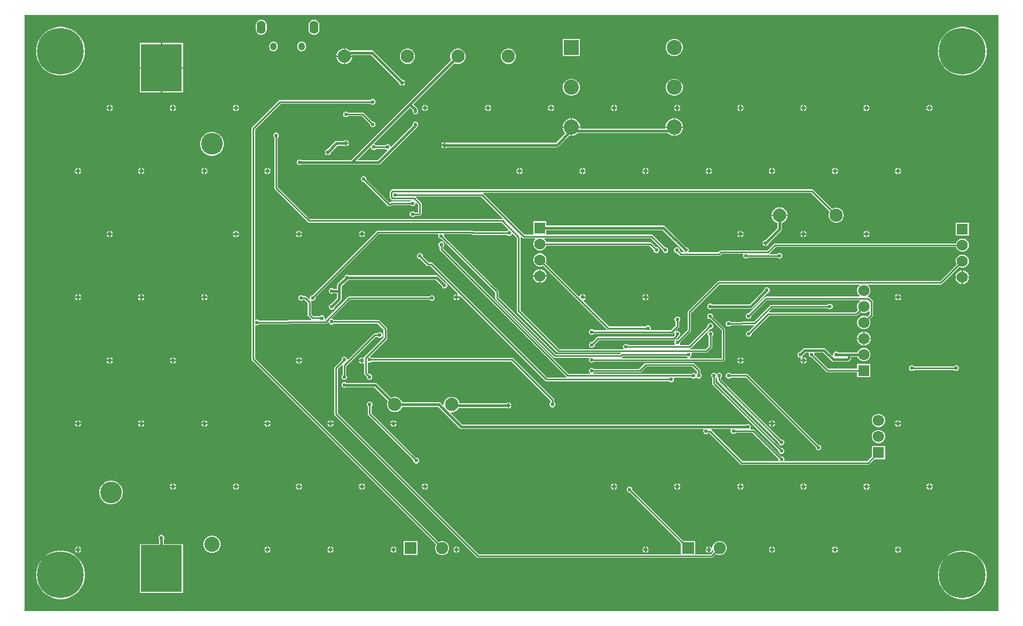
<source format=gbr>
%TF.GenerationSoftware,Altium Limited,Altium Designer,21.6.1 (37)*%
G04 Layer_Physical_Order=2*
G04 Layer_Color=16711680*
%FSLAX43Y43*%
%MOMM*%
%TF.SameCoordinates,A8206A2C-5CB0-4F6E-B559-DFDA062B5CA2*%
%TF.FilePolarity,Positive*%
%TF.FileFunction,Copper,L2,Bot,Signal*%
%TF.Part,Single*%
G01*
G75*
%TA.AperFunction,Conductor*%
%ADD10C,0.400*%
%ADD38C,0.254*%
%TA.AperFunction,ComponentPad*%
%ADD40C,1.800*%
%ADD41R,1.800X1.800*%
%ADD42R,2.400X2.400*%
%ADD43C,2.400*%
%ADD44O,1.050X1.250*%
%ADD45C,2.100*%
%ADD46C,3.450*%
%ADD47C,2.388*%
%ADD48R,1.950X1.950*%
%ADD49C,1.950*%
%TA.AperFunction,ViaPad*%
%ADD50C,7.400*%
%TA.AperFunction,ComponentPad*%
%ADD51R,1.778X1.778*%
%ADD52C,1.778*%
%TA.AperFunction,ViaPad*%
%ADD53C,0.600*%
%ADD54C,0.610*%
%TA.AperFunction,SMDPad,CuDef*%
%ADD55R,6.477X7.468*%
%TA.AperFunction,ComponentPad*%
%ADD56O,1.400X2.100*%
G36*
X154745Y255D02*
X255D01*
Y94745D01*
X154745D01*
X154745Y255D01*
D02*
G37*
%LPC*%
G36*
X46175Y94014D02*
X45953Y93985D01*
X45745Y93899D01*
X45567Y93763D01*
X45431Y93585D01*
X45345Y93377D01*
X45316Y93155D01*
Y92455D01*
X45345Y92233D01*
X45431Y92025D01*
X45567Y91847D01*
X45745Y91711D01*
X45953Y91625D01*
X46175Y91596D01*
X46397Y91625D01*
X46605Y91711D01*
X46783Y91847D01*
X46919Y92025D01*
X47005Y92233D01*
X47034Y92455D01*
Y93155D01*
X47005Y93377D01*
X46919Y93585D01*
X46783Y93763D01*
X46605Y93899D01*
X46397Y93985D01*
X46175Y94014D01*
D02*
G37*
G36*
X37825D02*
X37603Y93985D01*
X37395Y93899D01*
X37217Y93763D01*
X37081Y93585D01*
X36995Y93377D01*
X36966Y93155D01*
Y92455D01*
X36995Y92233D01*
X37081Y92025D01*
X37217Y91847D01*
X37395Y91711D01*
X37603Y91625D01*
X37825Y91596D01*
X38047Y91625D01*
X38255Y91711D01*
X38433Y91847D01*
X38569Y92025D01*
X38655Y92233D01*
X38684Y92455D01*
Y93155D01*
X38655Y93377D01*
X38569Y93585D01*
X38433Y93763D01*
X38255Y93899D01*
X38047Y93985D01*
X37825Y94014D01*
D02*
G37*
G36*
X44225Y90533D02*
X44048Y90510D01*
X43884Y90441D01*
X43742Y90333D01*
X43634Y90191D01*
X43565Y90027D01*
X43542Y89850D01*
Y89650D01*
X43565Y89473D01*
X43634Y89309D01*
X43742Y89167D01*
X43884Y89059D01*
X44048Y88990D01*
X44225Y88967D01*
X44402Y88990D01*
X44566Y89059D01*
X44708Y89167D01*
X44816Y89309D01*
X44885Y89473D01*
X44908Y89650D01*
Y89850D01*
X44885Y90027D01*
X44816Y90191D01*
X44708Y90333D01*
X44566Y90441D01*
X44402Y90510D01*
X44225Y90533D01*
D02*
G37*
G36*
X39775D02*
X39598Y90510D01*
X39434Y90441D01*
X39292Y90333D01*
X39184Y90191D01*
X39115Y90027D01*
X39092Y89850D01*
Y89650D01*
X39115Y89473D01*
X39184Y89309D01*
X39292Y89167D01*
X39434Y89059D01*
X39598Y88990D01*
X39775Y88967D01*
X39952Y88990D01*
X40116Y89059D01*
X40258Y89167D01*
X40366Y89309D01*
X40435Y89473D01*
X40458Y89650D01*
Y89850D01*
X40435Y90027D01*
X40366Y90191D01*
X40258Y90333D01*
X40116Y90441D01*
X39952Y90510D01*
X39775Y90533D01*
D02*
G37*
G36*
X50900Y89450D02*
X50835D01*
X50517Y89365D01*
X50232Y89200D01*
X50000Y88967D01*
X49835Y88682D01*
X49750Y88365D01*
Y88300D01*
X50900D01*
Y89450D01*
D02*
G37*
G36*
X103478Y90931D02*
X103122D01*
X102778Y90839D01*
X102470Y90661D01*
X102218Y90409D01*
X102040Y90101D01*
X101948Y89757D01*
Y89401D01*
X102040Y89057D01*
X102218Y88749D01*
X102470Y88497D01*
X102778Y88319D01*
X103122Y88227D01*
X103478D01*
X103822Y88319D01*
X104130Y88497D01*
X104382Y88749D01*
X104560Y89057D01*
X104652Y89401D01*
Y89757D01*
X104560Y90101D01*
X104382Y90409D01*
X104130Y90661D01*
X103822Y90839D01*
X103478Y90931D01*
D02*
G37*
G36*
X88352D02*
X85648D01*
Y88227D01*
X88352D01*
Y90931D01*
D02*
G37*
G36*
X77158Y89402D02*
X76842D01*
X76536Y89320D01*
X76262Y89162D01*
X76038Y88938D01*
X75880Y88664D01*
X75798Y88358D01*
Y88042D01*
X75880Y87736D01*
X76038Y87462D01*
X76262Y87238D01*
X76536Y87080D01*
X76842Y86998D01*
X77158D01*
X77464Y87080D01*
X77738Y87238D01*
X77962Y87462D01*
X78120Y87736D01*
X78202Y88042D01*
Y88358D01*
X78120Y88664D01*
X77962Y88938D01*
X77738Y89162D01*
X77464Y89320D01*
X77158Y89402D01*
D02*
G37*
G36*
X69158D02*
X68842D01*
X68536Y89320D01*
X68262Y89162D01*
X68038Y88938D01*
X67880Y88664D01*
X67798Y88358D01*
Y88042D01*
X67880Y87736D01*
X67934Y87642D01*
X61131Y80838D01*
X61131Y80838D01*
X52038Y71745D01*
X44174D01*
X44147Y71772D01*
X43980Y71841D01*
X43801D01*
X43635Y71772D01*
X43507Y71645D01*
X43439Y71479D01*
Y71299D01*
X43507Y71133D01*
X43635Y71006D01*
X43801Y70937D01*
X43980D01*
X44147Y71006D01*
X44168Y71027D01*
X56451D01*
X56588Y71055D01*
X56705Y71132D01*
X62521Y76949D01*
X62599Y77065D01*
X62607Y77107D01*
X62651Y77150D01*
X62720Y77316D01*
Y77496D01*
X62651Y77662D01*
X62524Y77789D01*
X62358Y77858D01*
X62178D01*
X62012Y77789D01*
X61884Y77662D01*
X61816Y77496D01*
Y77316D01*
X61833Y77275D01*
X58402Y73844D01*
X58275Y73897D01*
Y73915D01*
X58206Y74081D01*
X58079Y74208D01*
X57913Y74277D01*
X57733D01*
X57567Y74208D01*
X57454Y74095D01*
X55993D01*
X55908Y74180D01*
X55742Y74249D01*
X55736D01*
X55683Y74376D01*
X61304Y79996D01*
X61309Y79999D01*
X61474Y79987D01*
X61843Y79618D01*
X61816Y79553D01*
Y79373D01*
X61884Y79207D01*
X62012Y79080D01*
X62178Y79011D01*
X62358D01*
X62524Y79080D01*
X62651Y79207D01*
X62720Y79373D01*
Y79553D01*
X62651Y79719D01*
X62578Y79793D01*
X62561Y79877D01*
X62483Y79993D01*
X61921Y80555D01*
X61921Y80555D01*
X61892Y80584D01*
X68442Y87134D01*
X68536Y87080D01*
X68842Y86998D01*
X69158D01*
X69464Y87080D01*
X69738Y87238D01*
X69962Y87462D01*
X70120Y87736D01*
X70202Y88042D01*
Y88358D01*
X70120Y88664D01*
X69962Y88938D01*
X69738Y89162D01*
X69464Y89320D01*
X69158Y89402D01*
D02*
G37*
G36*
X61158D02*
X60842D01*
X60536Y89320D01*
X60262Y89162D01*
X60038Y88938D01*
X59880Y88664D01*
X59798Y88358D01*
Y88042D01*
X59880Y87736D01*
X60038Y87462D01*
X60262Y87238D01*
X60536Y87080D01*
X60842Y86998D01*
X61158D01*
X61464Y87080D01*
X61738Y87238D01*
X61962Y87462D01*
X62120Y87736D01*
X62202Y88042D01*
Y88358D01*
X62120Y88664D01*
X61962Y88938D01*
X61738Y89162D01*
X61464Y89320D01*
X61158Y89402D01*
D02*
G37*
G36*
X52250Y88100D02*
X51100D01*
Y86950D01*
X51165D01*
X51482Y87035D01*
X51767Y87200D01*
X52000Y87432D01*
X52165Y87717D01*
X52250Y88035D01*
Y88100D01*
D02*
G37*
G36*
X50900D02*
X49750D01*
Y88035D01*
X49835Y87717D01*
X50000Y87432D01*
X50232Y87200D01*
X50517Y87035D01*
X50835Y86950D01*
X50900D01*
Y88100D01*
D02*
G37*
G36*
X25439Y90310D02*
X22100D01*
Y86476D01*
X25439D01*
Y90310D01*
D02*
G37*
G36*
X21900D02*
X18562D01*
Y86476D01*
X21900D01*
Y90310D01*
D02*
G37*
G36*
X149303Y92852D02*
X148697D01*
X148098Y92757D01*
X147521Y92570D01*
X146981Y92295D01*
X146491Y91938D01*
X146062Y91509D01*
X145705Y91019D01*
X145430Y90479D01*
X145243Y89902D01*
X145148Y89303D01*
Y88697D01*
X145243Y88098D01*
X145430Y87521D01*
X145705Y86981D01*
X146062Y86491D01*
X146491Y86062D01*
X146981Y85705D01*
X147521Y85430D01*
X148098Y85243D01*
X148697Y85148D01*
X149303D01*
X149902Y85243D01*
X150479Y85430D01*
X151019Y85705D01*
X151509Y86062D01*
X151938Y86491D01*
X152295Y86981D01*
X152570Y87521D01*
X152757Y88098D01*
X152852Y88697D01*
Y89303D01*
X152757Y89902D01*
X152570Y90479D01*
X152295Y91019D01*
X151938Y91509D01*
X151509Y91938D01*
X151019Y92295D01*
X150479Y92570D01*
X149902Y92757D01*
X149303Y92852D01*
D02*
G37*
G36*
X6303D02*
X5697D01*
X5098Y92757D01*
X4521Y92570D01*
X3981Y92295D01*
X3491Y91938D01*
X3062Y91509D01*
X2705Y91019D01*
X2430Y90479D01*
X2243Y89902D01*
X2148Y89303D01*
Y88697D01*
X2243Y88098D01*
X2430Y87521D01*
X2705Y86981D01*
X3062Y86491D01*
X3491Y86062D01*
X3981Y85705D01*
X4521Y85430D01*
X5098Y85243D01*
X5697Y85148D01*
X6303D01*
X6902Y85243D01*
X7479Y85430D01*
X8019Y85705D01*
X8509Y86062D01*
X8938Y86491D01*
X9295Y86981D01*
X9570Y87521D01*
X9757Y88098D01*
X9852Y88697D01*
Y89303D01*
X9757Y89902D01*
X9570Y90479D01*
X9295Y91019D01*
X8938Y91509D01*
X8509Y91938D01*
X8019Y92295D01*
X7479Y92570D01*
X6902Y92757D01*
X6303Y92852D01*
D02*
G37*
G36*
X60634Y83935D02*
X60234D01*
Y83536D01*
X60417Y83612D01*
X60558Y83752D01*
X60634Y83935D01*
D02*
G37*
G36*
X51165Y89450D02*
X51100D01*
Y88300D01*
X52250D01*
Y88365D01*
X52290Y88416D01*
X55246D01*
X59634Y84028D01*
Y83936D01*
X59710Y83752D01*
X59851Y83612D01*
X60034Y83536D01*
Y84035D01*
X60134D01*
Y84135D01*
X60634D01*
X60558Y84319D01*
X60417Y84459D01*
X60233Y84535D01*
X60142D01*
X55648Y89029D01*
X55532Y89107D01*
X55394Y89134D01*
X52035D01*
X51898Y89107D01*
X51876Y89092D01*
X51767Y89200D01*
X51482Y89365D01*
X51165Y89450D01*
D02*
G37*
G36*
X25439Y86276D02*
X22100D01*
Y82442D01*
X25439D01*
Y86276D01*
D02*
G37*
G36*
X21900D02*
X18562D01*
Y82442D01*
X21900D01*
Y86276D01*
D02*
G37*
G36*
X103478Y84631D02*
X103122D01*
X102778Y84539D01*
X102470Y84361D01*
X102218Y84109D01*
X102040Y83801D01*
X101948Y83457D01*
Y83101D01*
X102040Y82757D01*
X102218Y82449D01*
X102470Y82197D01*
X102778Y82019D01*
X103122Y81927D01*
X103478D01*
X103822Y82019D01*
X104130Y82197D01*
X104382Y82449D01*
X104560Y82757D01*
X104652Y83101D01*
Y83457D01*
X104560Y83801D01*
X104382Y84109D01*
X104130Y84361D01*
X103822Y84539D01*
X103478Y84631D01*
D02*
G37*
G36*
X87178D02*
X86822D01*
X86478Y84539D01*
X86170Y84361D01*
X85918Y84109D01*
X85740Y83801D01*
X85648Y83457D01*
Y83101D01*
X85740Y82757D01*
X85918Y82449D01*
X86170Y82197D01*
X86478Y82019D01*
X86822Y81927D01*
X87178D01*
X87522Y82019D01*
X87830Y82197D01*
X88082Y82449D01*
X88260Y82757D01*
X88352Y83101D01*
Y83457D01*
X88260Y83801D01*
X88082Y84109D01*
X87830Y84361D01*
X87522Y84539D01*
X87178Y84631D01*
D02*
G37*
G36*
X55581Y81439D02*
X55401D01*
X55235Y81371D01*
X55137Y81272D01*
X40779D01*
X40670Y81250D01*
X40578Y81189D01*
X36336Y76947D01*
X36275Y76854D01*
X36253Y76746D01*
Y40213D01*
X36275Y40104D01*
X36336Y40011D01*
X65528Y10820D01*
X65450Y10685D01*
X65373Y10398D01*
Y10102D01*
X65450Y9815D01*
X65598Y9558D01*
X65808Y9348D01*
X66065Y9200D01*
X66352Y9123D01*
X66648D01*
X66935Y9200D01*
X67192Y9348D01*
X67402Y9558D01*
X67550Y9815D01*
X67627Y10102D01*
Y10398D01*
X67550Y10685D01*
X67402Y10942D01*
X67192Y11152D01*
X66935Y11300D01*
X66648Y11377D01*
X66352D01*
X66065Y11300D01*
X65930Y11222D01*
X36822Y40330D01*
Y45530D01*
X36949Y45610D01*
X37045Y45570D01*
X37225D01*
X37391Y45638D01*
X37490Y45737D01*
X42080D01*
X42189Y45759D01*
X42281Y45821D01*
X42285Y45824D01*
X47997D01*
X48106Y45846D01*
X48198Y45908D01*
X48421Y46130D01*
X48548Y46078D01*
Y46023D01*
X48617Y45857D01*
X48744Y45730D01*
X48910Y45661D01*
X49090D01*
X49256Y45730D01*
X49355Y45829D01*
X56269D01*
X57216Y44882D01*
Y43618D01*
X54219Y40622D01*
X54158Y40529D01*
X54158Y40528D01*
X54147Y40516D01*
X54015Y40460D01*
X53889Y40512D01*
X53888D01*
Y40008D01*
Y39503D01*
X53889D01*
X54009Y39553D01*
X54136Y39475D01*
Y37933D01*
X54158Y37825D01*
X54219Y37732D01*
X54537Y37415D01*
Y37275D01*
X54606Y37109D01*
X54733Y36982D01*
X54899Y36913D01*
X55079D01*
X55245Y36982D01*
X55372Y37109D01*
X55441Y37275D01*
Y37455D01*
X55372Y37621D01*
X55245Y37748D01*
X55079Y37817D01*
X54939D01*
X54705Y38051D01*
Y39595D01*
X54832Y39680D01*
X54910Y39648D01*
X55090D01*
X55256Y39717D01*
X55355Y39815D01*
X77510D01*
X83716Y33610D01*
Y33360D01*
X83617Y33262D01*
X83548Y33095D01*
Y32916D01*
X83617Y32750D01*
X83744Y32622D01*
X83910Y32554D01*
X84090D01*
X84256Y32622D01*
X84383Y32750D01*
X84452Y32916D01*
Y33095D01*
X84383Y33262D01*
X84284Y33360D01*
Y33728D01*
X84263Y33837D01*
X84201Y33929D01*
X77829Y40301D01*
X77737Y40363D01*
X77628Y40384D01*
X55355D01*
X55256Y40483D01*
X55121Y40539D01*
X55072Y40669D01*
X57701Y43299D01*
X57763Y43391D01*
X57784Y43500D01*
Y45000D01*
X57763Y45109D01*
X57701Y45201D01*
X56588Y46314D01*
X56496Y46376D01*
X56387Y46398D01*
X49355D01*
X49256Y46496D01*
X49090Y46565D01*
X49036D01*
X48983Y46692D01*
X51879Y49588D01*
X64529D01*
X64628Y49489D01*
X64794Y49420D01*
X64974D01*
X65140Y49489D01*
X65267Y49616D01*
X65336Y49782D01*
Y49962D01*
X65267Y50128D01*
X65140Y50256D01*
X64974Y50324D01*
X64794D01*
X64628Y50256D01*
X64529Y50157D01*
X51761D01*
X51652Y50135D01*
X51560Y50074D01*
X47935Y46449D01*
X47827Y46520D01*
X47859Y46598D01*
Y46778D01*
X47790Y46944D01*
X47663Y47071D01*
X47497Y47140D01*
X47317D01*
X47151Y47071D01*
X47103Y47023D01*
X46052D01*
X45749Y47327D01*
Y49225D01*
X45727Y49334D01*
X45698Y49378D01*
X45782Y49481D01*
X45884Y49438D01*
X46064D01*
X46230Y49507D01*
X46357Y49634D01*
X46426Y49800D01*
Y49980D01*
X46418Y49999D01*
X56417Y59997D01*
X65837D01*
X65922Y59870D01*
X65890Y59792D01*
Y59612D01*
X65959Y59446D01*
X66086Y59319D01*
X66252Y59250D01*
X66392D01*
X74907Y50735D01*
Y49903D01*
X74928Y49794D01*
X74990Y49702D01*
X84190Y40502D01*
X84282Y40440D01*
X84391Y40419D01*
X89778D01*
X89836Y40292D01*
X89781Y40158D01*
Y39978D01*
X89850Y39812D01*
X89977Y39685D01*
X90143Y39616D01*
X90323D01*
X90489Y39685D01*
X90588Y39784D01*
X110963D01*
X111072Y39805D01*
X111164Y39867D01*
X111239Y39941D01*
X111239Y39941D01*
X111239Y39941D01*
X111310Y40012D01*
X111371Y40104D01*
X111393Y40213D01*
Y44892D01*
X111371Y45000D01*
X111310Y45093D01*
X109452Y46950D01*
Y47090D01*
X109383Y47256D01*
X109256Y47383D01*
X109090Y47452D01*
X108910D01*
X108744Y47383D01*
X108617Y47256D01*
X108548Y47090D01*
Y46910D01*
X108617Y46744D01*
X108744Y46617D01*
X108910Y46548D01*
X109050D01*
X110824Y44774D01*
Y40352D01*
X105772D01*
X105746Y40479D01*
X105856Y40525D01*
X105983Y40652D01*
X106052Y40818D01*
Y40998D01*
X106013Y41092D01*
X106094Y41219D01*
X108407D01*
X108516Y41241D01*
X108608Y41302D01*
X109267Y41961D01*
X109329Y42054D01*
X109351Y42163D01*
Y43845D01*
X109449Y43944D01*
X109518Y44110D01*
Y44290D01*
X109449Y44456D01*
X109322Y44583D01*
X109156Y44652D01*
X108976D01*
X108810Y44583D01*
X108683Y44456D01*
X108614Y44290D01*
Y44110D01*
X108683Y43944D01*
X108782Y43845D01*
Y42280D01*
X108289Y41788D01*
X105913D01*
X105906Y41807D01*
X105892Y41915D01*
X105962Y41961D01*
X108985Y44985D01*
X109156D01*
X109322Y45053D01*
X109449Y45181D01*
X109518Y45347D01*
Y45526D01*
X109449Y45693D01*
X109322Y45820D01*
X109156Y45889D01*
X108976D01*
X108810Y45820D01*
X108683Y45693D01*
X108614Y45526D01*
Y45418D01*
X105643Y42447D01*
X104238D01*
X104190Y42564D01*
X104192Y42567D01*
X104261Y42733D01*
Y42873D01*
X105906Y44518D01*
X105967Y44610D01*
X105989Y44719D01*
Y47548D01*
X110468Y52026D01*
X132675D01*
X132707Y51899D01*
X132533Y51726D01*
X132395Y51486D01*
X132323Y51219D01*
Y50942D01*
X132395Y50674D01*
X132533Y50434D01*
X132729Y50238D01*
X132745Y50229D01*
X132713Y50106D01*
X117866D01*
X117757Y50084D01*
X117665Y50023D01*
X115133Y47491D01*
X114994D01*
X114827Y47422D01*
X114700Y47295D01*
X114631Y47129D01*
Y46949D01*
X114700Y46783D01*
X114827Y46656D01*
X114994Y46587D01*
X115173D01*
X115340Y46656D01*
X115467Y46783D01*
X115535Y46949D01*
Y47089D01*
X117984Y49537D01*
X132744D01*
X132778Y49410D01*
X132729Y49382D01*
X132533Y49186D01*
X132395Y48946D01*
X132323Y48679D01*
Y48402D01*
X132395Y48134D01*
X132458Y48025D01*
X132050Y47617D01*
X118379D01*
X118326Y47744D01*
X118824Y48242D01*
X127645D01*
X127744Y48143D01*
X127910Y48074D01*
X128090D01*
X128256Y48143D01*
X128383Y48270D01*
X128452Y48436D01*
Y48616D01*
X128383Y48782D01*
X128256Y48909D01*
X128090Y48978D01*
X127910D01*
X127744Y48909D01*
X127645Y48811D01*
X118706D01*
X118598Y48789D01*
X118505Y48727D01*
X115935Y46157D01*
X112294Y46091D01*
X112202Y46183D01*
X112036Y46252D01*
X111856D01*
X111690Y46183D01*
X111563Y46056D01*
X111494Y45890D01*
Y45710D01*
X111563Y45544D01*
X111690Y45417D01*
X111856Y45348D01*
X112036D01*
X112202Y45417D01*
X112307Y45522D01*
X115922Y45587D01*
X115976Y45461D01*
X115166Y44652D01*
X115027D01*
X114861Y44583D01*
X114734Y44456D01*
X114665Y44290D01*
Y44110D01*
X114734Y43944D01*
X114861Y43817D01*
X115027Y43748D01*
X115207D01*
X115373Y43817D01*
X115500Y43944D01*
X115569Y44110D01*
Y44250D01*
X118367Y47048D01*
X132167D01*
X132276Y47070D01*
X132369Y47131D01*
X132860Y47623D01*
X132969Y47560D01*
X133236Y47488D01*
X133514D01*
X133781Y47560D01*
X134021Y47698D01*
X134145Y47822D01*
X134272Y47769D01*
Y47299D01*
X133890Y46917D01*
X133781Y46980D01*
X133514Y47052D01*
X133236D01*
X132969Y46980D01*
X132729Y46842D01*
X132533Y46646D01*
X132395Y46406D01*
X132323Y46139D01*
Y45862D01*
X132395Y45594D01*
X132533Y45354D01*
X132729Y45158D01*
X132969Y45020D01*
X133236Y44948D01*
X133514D01*
X133781Y45020D01*
X134021Y45158D01*
X134217Y45354D01*
X134355Y45594D01*
X134427Y45862D01*
Y46139D01*
X134355Y46406D01*
X134292Y46515D01*
X134757Y46980D01*
X134819Y47072D01*
X134840Y47181D01*
Y49314D01*
X134819Y49422D01*
X134757Y49515D01*
X134249Y50023D01*
X134157Y50084D01*
X134048Y50106D01*
X134037D01*
X134005Y50229D01*
X134021Y50238D01*
X134217Y50434D01*
X134355Y50674D01*
X134427Y50942D01*
Y51219D01*
X134355Y51486D01*
X134217Y51726D01*
X134043Y51899D01*
X134075Y52026D01*
X145581D01*
X145690Y52048D01*
X145782Y52110D01*
X148493Y54821D01*
X148598Y54760D01*
X148863Y54689D01*
X149137D01*
X149402Y54760D01*
X149639Y54897D01*
X149833Y55091D01*
X149970Y55328D01*
X150041Y55593D01*
Y55867D01*
X149970Y56132D01*
X149833Y56369D01*
X149639Y56563D01*
X149402Y56700D01*
X149137Y56771D01*
X148863D01*
X148598Y56700D01*
X148361Y56563D01*
X148167Y56369D01*
X148030Y56132D01*
X147959Y55867D01*
Y55593D01*
X148030Y55328D01*
X148091Y55223D01*
X145463Y52595D01*
X110350D01*
X110241Y52574D01*
X110149Y52512D01*
X105503Y47867D01*
X105442Y47774D01*
X105420Y47666D01*
Y44837D01*
X103859Y43275D01*
X103719D01*
X103609Y43230D01*
X103537Y43337D01*
X103658Y43459D01*
X103658Y43459D01*
X103877Y43677D01*
X103934Y43762D01*
X104065Y43817D01*
X104192Y43944D01*
X104261Y44110D01*
Y44290D01*
X104192Y44456D01*
X104065Y44583D01*
X103899Y44652D01*
X103719D01*
X103553Y44583D01*
X103475Y44678D01*
X104010Y45213D01*
X104072Y45305D01*
X104094Y45414D01*
Y46139D01*
X104192Y46238D01*
X104261Y46404D01*
Y46583D01*
X104192Y46750D01*
X104065Y46877D01*
X103899Y46946D01*
X103719D01*
X103553Y46877D01*
X103426Y46750D01*
X103357Y46583D01*
Y46404D01*
X103426Y46238D01*
X103525Y46139D01*
Y45532D01*
X102765Y44772D01*
X99678D01*
X99593Y44899D01*
X99626Y44977D01*
Y45157D01*
X99557Y45323D01*
X99430Y45450D01*
X99264Y45519D01*
X99084D01*
X98918Y45450D01*
X98819Y45351D01*
X92971D01*
X88937Y49385D01*
X88967Y49535D01*
X89074Y49580D01*
X89216Y49722D01*
X89293Y49907D01*
Y49908D01*
X88788D01*
Y50008D01*
X88688D01*
Y50512D01*
X88688D01*
X88502Y50436D01*
X88360Y50294D01*
X88316Y50186D01*
X88166Y50156D01*
X82909Y55413D01*
X82970Y55518D01*
X83041Y55783D01*
Y56057D01*
X82970Y56322D01*
X82833Y56559D01*
X82639Y56753D01*
X82402Y56890D01*
X82137Y56961D01*
X81863D01*
X81598Y56890D01*
X81361Y56753D01*
X81167Y56559D01*
X81030Y56322D01*
X80959Y56057D01*
Y55783D01*
X81030Y55518D01*
X81167Y55281D01*
X81361Y55087D01*
X81598Y54950D01*
X81863Y54879D01*
X82137D01*
X82402Y54950D01*
X82507Y55011D01*
X92619Y44899D01*
X92572Y44772D01*
X90588D01*
X90489Y44871D01*
X90323Y44940D01*
X90143D01*
X89977Y44871D01*
X89850Y44744D01*
X89781Y44578D01*
Y44398D01*
X89850Y44232D01*
X89977Y44104D01*
X90143Y44036D01*
X90323D01*
X90489Y44104D01*
X90588Y44203D01*
X102883D01*
X102991Y44225D01*
X103084Y44286D01*
X103331Y44534D01*
X103426Y44456D01*
X103357Y44290D01*
Y44110D01*
X103399Y44010D01*
X103397Y44002D01*
X103160Y43765D01*
X91258D01*
X91149Y43743D01*
X91056Y43681D01*
X90283Y42908D01*
X90143D01*
X89977Y42839D01*
X89850Y42712D01*
X89781Y42546D01*
Y42366D01*
X89850Y42200D01*
X89977Y42072D01*
X90143Y42004D01*
X90323D01*
X90489Y42072D01*
X90616Y42200D01*
X90685Y42366D01*
Y42505D01*
X91375Y43196D01*
X103277D01*
X103386Y43217D01*
X103462Y43115D01*
X103426Y43079D01*
X103357Y42913D01*
Y42733D01*
X103426Y42567D01*
X103429Y42564D01*
X103380Y42447D01*
X96003D01*
X95904Y42546D01*
X95738Y42615D01*
X95558D01*
X95392Y42546D01*
X95265Y42419D01*
X95196Y42253D01*
Y42073D01*
X95265Y41907D01*
X95266Y41905D01*
X95218Y41788D01*
X85055D01*
X78910Y47933D01*
Y59550D01*
X78904Y59578D01*
X79021Y59641D01*
X79211Y59450D01*
X79304Y59389D01*
X79413Y59367D01*
X81255D01*
X81308Y59240D01*
X81167Y59099D01*
X81030Y58862D01*
X80959Y58597D01*
Y58323D01*
X81030Y58058D01*
X81167Y57821D01*
X81361Y57627D01*
X81598Y57490D01*
X81863Y57419D01*
X82137D01*
X82402Y57490D01*
X82639Y57627D01*
X82833Y57821D01*
X82970Y58058D01*
X83002Y58176D01*
X99388D01*
X100051Y57512D01*
Y57373D01*
X100120Y57206D01*
X100247Y57079D01*
X100414Y57011D01*
X100593D01*
X100759Y57079D01*
X100887Y57206D01*
X100955Y57373D01*
Y57552D01*
X100887Y57719D01*
X100759Y57846D01*
X100593Y57915D01*
X100454D01*
X99707Y58661D01*
X99615Y58723D01*
X99506Y58744D01*
X83002D01*
X82970Y58862D01*
X82833Y59099D01*
X82692Y59240D01*
X82745Y59367D01*
X99597D01*
X101440Y57525D01*
Y57385D01*
X101508Y57219D01*
X101636Y57092D01*
X101802Y57023D01*
X101982D01*
X102148Y57092D01*
X102275Y57219D01*
X102344Y57385D01*
Y57565D01*
X102275Y57731D01*
X102148Y57858D01*
X101982Y57927D01*
X101842D01*
X99916Y59853D01*
X99824Y59914D01*
X99715Y59936D01*
X83158D01*
X83041Y59959D01*
X83041Y60063D01*
Y60641D01*
X101476D01*
X104698Y57419D01*
Y57385D01*
X104749Y57261D01*
X104685Y57134D01*
X104446D01*
X104168Y57413D01*
Y57552D01*
X104099Y57719D01*
X103972Y57846D01*
X103806Y57915D01*
X103626D01*
X103460Y57846D01*
X103332Y57719D01*
X103264Y57552D01*
Y57373D01*
X103332Y57206D01*
X103460Y57079D01*
X103626Y57011D01*
X103765D01*
X104127Y56649D01*
X104219Y56587D01*
X104328Y56566D01*
X110406D01*
X110514Y56587D01*
X110607Y56649D01*
X110828Y56870D01*
X114195D01*
X114280Y56743D01*
X114248Y56665D01*
Y56485D01*
X114317Y56319D01*
X114444Y56192D01*
X114610Y56123D01*
X114790D01*
X114956Y56192D01*
X115055Y56291D01*
X119645D01*
X119744Y56192D01*
X119910Y56123D01*
X120090D01*
X120256Y56192D01*
X120383Y56319D01*
X120452Y56485D01*
Y56665D01*
X120383Y56831D01*
X120256Y56958D01*
X120090Y57027D01*
X119910D01*
X119744Y56958D01*
X119645Y56859D01*
X118461D01*
X118414Y56986D01*
X119413Y57986D01*
X147999D01*
X148030Y57868D01*
X148167Y57631D01*
X148361Y57437D01*
X148598Y57300D01*
X148863Y57229D01*
X149137D01*
X149402Y57300D01*
X149639Y57437D01*
X149833Y57631D01*
X149970Y57868D01*
X150041Y58133D01*
Y58407D01*
X149970Y58672D01*
X149833Y58909D01*
X149639Y59103D01*
X149402Y59240D01*
X149137Y59311D01*
X148863D01*
X148598Y59240D01*
X148361Y59103D01*
X148167Y58909D01*
X148030Y58672D01*
X147999Y58554D01*
X119295D01*
X119186Y58533D01*
X119094Y58471D01*
X118062Y57439D01*
X110710D01*
X110601Y57417D01*
X110509Y57356D01*
X110288Y57134D01*
X105615D01*
X105551Y57261D01*
X105602Y57385D01*
Y57565D01*
X105533Y57731D01*
X105406Y57858D01*
X105240Y57927D01*
X105206D01*
X101879Y61254D01*
X101762Y61332D01*
X101625Y61359D01*
X83041D01*
Y62041D01*
X80959D01*
Y60063D01*
X80959Y59959D01*
X80842Y59936D01*
X79530D01*
X73038Y66428D01*
X73074Y66540D01*
X73085Y66555D01*
X125043D01*
X127973Y63625D01*
X127880Y63464D01*
X127798Y63158D01*
Y62842D01*
X127880Y62536D01*
X128038Y62262D01*
X128262Y62038D01*
X128536Y61880D01*
X128842Y61798D01*
X129158D01*
X129464Y61880D01*
X129738Y62038D01*
X129962Y62262D01*
X130120Y62536D01*
X130202Y62842D01*
Y63158D01*
X130120Y63464D01*
X129962Y63738D01*
X129738Y63962D01*
X129464Y64120D01*
X129158Y64202D01*
X128842D01*
X128536Y64120D01*
X128375Y64027D01*
X125362Y67041D01*
X125269Y67102D01*
X125160Y67124D01*
X58661D01*
X58552Y67102D01*
X58460Y67041D01*
X58256Y66838D01*
X58195Y66745D01*
X58173Y66636D01*
Y65874D01*
X58195Y65766D01*
X58256Y65673D01*
X58460Y65470D01*
X58552Y65408D01*
X58661Y65387D01*
X61523D01*
X61551Y65274D01*
X61552Y65260D01*
X61456Y65163D01*
X58459D01*
X58350Y65142D01*
X58258Y65080D01*
X58246Y65068D01*
X58119D01*
X54511Y68675D01*
Y68815D01*
X54442Y68981D01*
X54315Y69108D01*
X54149Y69177D01*
X53969D01*
X53803Y69108D01*
X53676Y68981D01*
X53607Y68815D01*
Y68635D01*
X53676Y68469D01*
X53803Y68342D01*
X53969Y68273D01*
X54109D01*
X57876Y64506D01*
X57968Y64444D01*
X58077Y64423D01*
X58287D01*
X58396Y64444D01*
X58489Y64506D01*
X58577Y64595D01*
X61456D01*
X61554Y64496D01*
X61720Y64427D01*
X61900D01*
X62066Y64496D01*
X62194Y64623D01*
X62262Y64789D01*
Y64942D01*
X62339Y64992D01*
X62380Y65004D01*
X62687Y64697D01*
Y63466D01*
X62165D01*
X62066Y63565D01*
X61900Y63634D01*
X61720D01*
X61554Y63565D01*
X61427Y63438D01*
X61358Y63272D01*
Y63092D01*
X61427Y62926D01*
X61554Y62799D01*
X61720Y62730D01*
X61900D01*
X62066Y62799D01*
X62165Y62898D01*
X62823D01*
X62932Y62919D01*
X63024Y62981D01*
X63173Y63130D01*
X63235Y63222D01*
X63256Y63331D01*
Y64815D01*
X63235Y64923D01*
X63173Y65016D01*
X62345Y65844D01*
X62380Y65956D01*
X62392Y65971D01*
X72691D01*
X76151Y62511D01*
X76088Y62394D01*
X76060Y62400D01*
X45520D01*
X40454Y67465D01*
Y75299D01*
X40553Y75397D01*
X40622Y75563D01*
Y75743D01*
X40553Y75909D01*
X40426Y76037D01*
X40260Y76105D01*
X40080D01*
X39914Y76037D01*
X39786Y75909D01*
X39718Y75743D01*
Y75563D01*
X39786Y75397D01*
X39885Y75299D01*
Y67348D01*
X39907Y67239D01*
X39968Y67146D01*
X45201Y61914D01*
X45293Y61852D01*
X45402Y61831D01*
X75942D01*
X77023Y60749D01*
X76983Y60610D01*
X76871Y60563D01*
X76772Y60464D01*
X71528D01*
X71509Y60483D01*
X71417Y60544D01*
X71308Y60566D01*
X56299D01*
X56190Y60544D01*
X56098Y60483D01*
X45957Y50342D01*
X45884D01*
X45718Y50274D01*
X45591Y50146D01*
X45522Y49980D01*
Y49800D01*
X45558Y49714D01*
X45450Y49642D01*
X45001Y50091D01*
X44909Y50153D01*
X44800Y50174D01*
X44492D01*
X44393Y50273D01*
X44227Y50342D01*
X44047D01*
X43881Y50273D01*
X43754Y50146D01*
X43685Y49980D01*
Y49800D01*
X43754Y49634D01*
X43881Y49507D01*
X44047Y49438D01*
X44227D01*
X44393Y49507D01*
X44492Y49605D01*
X44682D01*
X45180Y49107D01*
Y47209D01*
X45202Y47100D01*
X45263Y47008D01*
X45734Y46538D01*
X45760Y46520D01*
X45721Y46393D01*
X42167D01*
X42058Y46372D01*
X41966Y46310D01*
X41962Y46306D01*
X37490D01*
X37391Y46405D01*
X37225Y46474D01*
X37045D01*
X36949Y46434D01*
X36822Y46514D01*
Y76628D01*
X40897Y80703D01*
X55137D01*
X55235Y80604D01*
X55401Y80535D01*
X55581D01*
X55747Y80604D01*
X55875Y80731D01*
X55943Y80897D01*
Y81077D01*
X55875Y81243D01*
X55747Y81371D01*
X55581Y81439D01*
D02*
G37*
G36*
X143889Y80512D02*
X143888D01*
Y80108D01*
X144293D01*
Y80108D01*
X144216Y80294D01*
X144074Y80436D01*
X143889Y80512D01*
D02*
G37*
G36*
X143688D02*
X143688D01*
X143502Y80436D01*
X143360Y80294D01*
X143284Y80108D01*
Y80108D01*
X143688D01*
Y80512D01*
D02*
G37*
G36*
X133889D02*
X133888D01*
Y80108D01*
X134293D01*
Y80108D01*
X134216Y80294D01*
X134074Y80436D01*
X133889Y80512D01*
D02*
G37*
G36*
X133688D02*
X133688D01*
X133502Y80436D01*
X133360Y80294D01*
X133284Y80108D01*
Y80108D01*
X133688D01*
Y80512D01*
D02*
G37*
G36*
X123889D02*
X123888D01*
Y80108D01*
X124293D01*
Y80108D01*
X124216Y80294D01*
X124074Y80436D01*
X123889Y80512D01*
D02*
G37*
G36*
X123688D02*
X123688D01*
X123502Y80436D01*
X123360Y80294D01*
X123284Y80108D01*
Y80108D01*
X123688D01*
Y80512D01*
D02*
G37*
G36*
X113889D02*
X113888D01*
Y80108D01*
X114293D01*
Y80108D01*
X114216Y80294D01*
X114074Y80436D01*
X113889Y80512D01*
D02*
G37*
G36*
X113688D02*
X113688D01*
X113502Y80436D01*
X113360Y80294D01*
X113284Y80108D01*
Y80108D01*
X113688D01*
Y80512D01*
D02*
G37*
G36*
X103889D02*
X103888D01*
Y80108D01*
X104293D01*
Y80108D01*
X104216Y80294D01*
X104074Y80436D01*
X103889Y80512D01*
D02*
G37*
G36*
X103688D02*
X103688D01*
X103502Y80436D01*
X103360Y80294D01*
X103284Y80108D01*
Y80108D01*
X103688D01*
Y80512D01*
D02*
G37*
G36*
X93889D02*
X93888D01*
Y80108D01*
X94293D01*
Y80108D01*
X94216Y80294D01*
X94074Y80436D01*
X93889Y80512D01*
D02*
G37*
G36*
X93688D02*
X93688D01*
X93502Y80436D01*
X93360Y80294D01*
X93284Y80108D01*
Y80108D01*
X93688D01*
Y80512D01*
D02*
G37*
G36*
X83889D02*
X83888D01*
Y80108D01*
X84293D01*
Y80108D01*
X84216Y80294D01*
X84074Y80436D01*
X83889Y80512D01*
D02*
G37*
G36*
X83688D02*
X83688D01*
X83502Y80436D01*
X83360Y80294D01*
X83284Y80108D01*
Y80108D01*
X83688D01*
Y80512D01*
D02*
G37*
G36*
X73889D02*
X73888D01*
Y80108D01*
X74293D01*
Y80108D01*
X74216Y80294D01*
X74074Y80436D01*
X73889Y80512D01*
D02*
G37*
G36*
X73688D02*
X73688D01*
X73502Y80436D01*
X73360Y80294D01*
X73284Y80108D01*
Y80108D01*
X73688D01*
Y80512D01*
D02*
G37*
G36*
X63889D02*
X63888D01*
Y80108D01*
X64293D01*
Y80108D01*
X64216Y80294D01*
X64074Y80436D01*
X63889Y80512D01*
D02*
G37*
G36*
X63688D02*
X63688D01*
X63502Y80436D01*
X63360Y80294D01*
X63284Y80108D01*
Y80108D01*
X63688D01*
Y80512D01*
D02*
G37*
G36*
X33889D02*
X33888D01*
Y80108D01*
X34293D01*
Y80108D01*
X34216Y80294D01*
X34074Y80436D01*
X33889Y80512D01*
D02*
G37*
G36*
X33688D02*
X33688D01*
X33502Y80436D01*
X33360Y80294D01*
X33284Y80108D01*
Y80108D01*
X33688D01*
Y80512D01*
D02*
G37*
G36*
X23889D02*
X23888D01*
Y80108D01*
X24293D01*
Y80108D01*
X24216Y80294D01*
X24074Y80436D01*
X23889Y80512D01*
D02*
G37*
G36*
X23688D02*
X23688D01*
X23502Y80436D01*
X23360Y80294D01*
X23284Y80108D01*
Y80108D01*
X23688D01*
Y80512D01*
D02*
G37*
G36*
X13889D02*
X13888D01*
Y80108D01*
X14293D01*
Y80108D01*
X14216Y80294D01*
X14074Y80436D01*
X13889Y80512D01*
D02*
G37*
G36*
X13688D02*
X13688D01*
X13502Y80436D01*
X13360Y80294D01*
X13284Y80108D01*
Y80108D01*
X13688D01*
Y80512D01*
D02*
G37*
G36*
X144293Y79908D02*
X143888D01*
Y79503D01*
X143889D01*
X144074Y79580D01*
X144216Y79722D01*
X144293Y79907D01*
Y79908D01*
D02*
G37*
G36*
X143688D02*
X143284D01*
Y79907D01*
X143360Y79722D01*
X143502Y79580D01*
X143688Y79503D01*
X143688D01*
Y79908D01*
D02*
G37*
G36*
X134293D02*
X133888D01*
Y79503D01*
X133889D01*
X134074Y79580D01*
X134216Y79722D01*
X134293Y79907D01*
Y79908D01*
D02*
G37*
G36*
X133688D02*
X133284D01*
Y79907D01*
X133360Y79722D01*
X133502Y79580D01*
X133688Y79503D01*
X133688D01*
Y79908D01*
D02*
G37*
G36*
X124293D02*
X123888D01*
Y79503D01*
X123889D01*
X124074Y79580D01*
X124216Y79722D01*
X124293Y79907D01*
Y79908D01*
D02*
G37*
G36*
X123688D02*
X123284D01*
Y79907D01*
X123360Y79722D01*
X123502Y79580D01*
X123688Y79503D01*
X123688D01*
Y79908D01*
D02*
G37*
G36*
X114293D02*
X113888D01*
Y79503D01*
X113889D01*
X114074Y79580D01*
X114216Y79722D01*
X114293Y79907D01*
Y79908D01*
D02*
G37*
G36*
X113688D02*
X113284D01*
Y79907D01*
X113360Y79722D01*
X113502Y79580D01*
X113688Y79503D01*
X113688D01*
Y79908D01*
D02*
G37*
G36*
X104293D02*
X103888D01*
Y79503D01*
X103889D01*
X104074Y79580D01*
X104216Y79722D01*
X104293Y79907D01*
Y79908D01*
D02*
G37*
G36*
X103688D02*
X103284D01*
Y79907D01*
X103360Y79722D01*
X103502Y79580D01*
X103688Y79503D01*
X103688D01*
Y79908D01*
D02*
G37*
G36*
X94293D02*
X93888D01*
Y79503D01*
X93889D01*
X94074Y79580D01*
X94216Y79722D01*
X94293Y79907D01*
Y79908D01*
D02*
G37*
G36*
X93688D02*
X93284D01*
Y79907D01*
X93360Y79722D01*
X93502Y79580D01*
X93688Y79503D01*
X93688D01*
Y79908D01*
D02*
G37*
G36*
X84293D02*
X83888D01*
Y79503D01*
X83889D01*
X84074Y79580D01*
X84216Y79722D01*
X84293Y79907D01*
Y79908D01*
D02*
G37*
G36*
X83688D02*
X83284D01*
Y79907D01*
X83360Y79722D01*
X83502Y79580D01*
X83688Y79503D01*
X83688D01*
Y79908D01*
D02*
G37*
G36*
X74293D02*
X73888D01*
Y79503D01*
X73889D01*
X74074Y79580D01*
X74216Y79722D01*
X74293Y79907D01*
Y79908D01*
D02*
G37*
G36*
X73688D02*
X73284D01*
Y79907D01*
X73360Y79722D01*
X73502Y79580D01*
X73688Y79503D01*
X73688D01*
Y79908D01*
D02*
G37*
G36*
X64293D02*
X63888D01*
Y79503D01*
X63889D01*
X64074Y79580D01*
X64216Y79722D01*
X64293Y79907D01*
Y79908D01*
D02*
G37*
G36*
X63688D02*
X63284D01*
Y79907D01*
X63360Y79722D01*
X63502Y79580D01*
X63688Y79503D01*
X63688D01*
Y79908D01*
D02*
G37*
G36*
X34293D02*
X33888D01*
Y79503D01*
X33889D01*
X34074Y79580D01*
X34216Y79722D01*
X34293Y79907D01*
Y79908D01*
D02*
G37*
G36*
X33688D02*
X33284D01*
Y79907D01*
X33360Y79722D01*
X33502Y79580D01*
X33688Y79503D01*
X33688D01*
Y79908D01*
D02*
G37*
G36*
X24293D02*
X23888D01*
Y79503D01*
X23889D01*
X24074Y79580D01*
X24216Y79722D01*
X24293Y79907D01*
Y79908D01*
D02*
G37*
G36*
X23688D02*
X23284D01*
Y79907D01*
X23360Y79722D01*
X23502Y79580D01*
X23688Y79503D01*
X23688D01*
Y79908D01*
D02*
G37*
G36*
X14293D02*
X13888D01*
Y79503D01*
X13889D01*
X14074Y79580D01*
X14216Y79722D01*
X14293Y79907D01*
Y79908D01*
D02*
G37*
G36*
X13688D02*
X13284D01*
Y79907D01*
X13360Y79722D01*
X13502Y79580D01*
X13688Y79503D01*
X13688D01*
Y79908D01*
D02*
G37*
G36*
X103484Y78379D02*
X103400D01*
Y77079D01*
X104700D01*
Y77163D01*
X104605Y77519D01*
X104420Y77838D01*
X104160Y78099D01*
X103840Y78283D01*
X103484Y78379D01*
D02*
G37*
G36*
X103200D02*
X103116D01*
X102760Y78283D01*
X102440Y78099D01*
X102180Y77838D01*
X101995Y77519D01*
X101900Y77163D01*
Y77079D01*
X103200D01*
Y78379D01*
D02*
G37*
G36*
X87184D02*
X87100D01*
Y77079D01*
X88400D01*
Y77163D01*
X88305Y77519D01*
X88120Y77838D01*
X87860Y78099D01*
X87540Y78283D01*
X87184Y78379D01*
D02*
G37*
G36*
X86900D02*
X86816D01*
X86460Y78283D01*
X86140Y78099D01*
X85880Y77838D01*
X85695Y77519D01*
X85600Y77163D01*
Y77079D01*
X86900D01*
Y78379D01*
D02*
G37*
G36*
X51334Y79446D02*
X51154D01*
X50988Y79377D01*
X50861Y79250D01*
X50792Y79084D01*
Y78904D01*
X50861Y78738D01*
X50988Y78610D01*
X51154Y78542D01*
X51334D01*
X51500Y78610D01*
X51605Y78716D01*
X53780D01*
X55039Y77456D01*
Y77316D01*
X55108Y77150D01*
X55235Y77023D01*
X55401Y76954D01*
X55581D01*
X55747Y77023D01*
X55875Y77150D01*
X55943Y77316D01*
Y77496D01*
X55875Y77662D01*
X55747Y77789D01*
X55581Y77858D01*
X55442D01*
X54098Y79201D01*
X54006Y79263D01*
X53897Y79284D01*
X51592D01*
X51500Y79377D01*
X51334Y79446D01*
D02*
G37*
G36*
X103200Y76879D02*
X101900D01*
Y76794D01*
X101873Y76759D01*
X88427D01*
X88400Y76794D01*
Y76879D01*
X87100D01*
Y75579D01*
X87184D01*
X87540Y75674D01*
X87860Y75859D01*
X88042Y76041D01*
X102150D01*
X102240Y76059D01*
X102440Y75859D01*
X102760Y75674D01*
X103116Y75579D01*
X103200D01*
Y76879D01*
D02*
G37*
G36*
X104700D02*
X103400D01*
Y75579D01*
X103484D01*
X103840Y75674D01*
X104160Y75859D01*
X104420Y76119D01*
X104605Y76438D01*
X104700Y76794D01*
Y76879D01*
D02*
G37*
G36*
X86900Y76879D02*
X85600D01*
Y76794D01*
X85695Y76438D01*
X85880Y76119D01*
X86011Y75988D01*
X84511Y74488D01*
X67223D01*
X67158Y74553D01*
X66975Y74629D01*
Y74129D01*
Y73630D01*
X67158Y73706D01*
X67223Y73771D01*
X84660D01*
X84797Y73798D01*
X84914Y73876D01*
X86659Y75621D01*
X86816Y75579D01*
X86900D01*
Y76879D01*
D02*
G37*
G36*
X51144Y74903D02*
X50961Y74827D01*
X50894Y74760D01*
X49773D01*
X49773Y74760D01*
X49636Y74733D01*
X49519Y74655D01*
X48357Y73494D01*
X48265D01*
X48082Y73418D01*
X47941Y73277D01*
X47865Y73094D01*
X48365D01*
Y72994D01*
X48465D01*
Y72494D01*
X48648Y72570D01*
X48789Y72710D01*
X48865Y72894D01*
Y72986D01*
X49922Y74043D01*
X50898D01*
X50961Y73980D01*
X51144Y73904D01*
Y74404D01*
Y74903D01*
D02*
G37*
G36*
X51344D02*
Y74504D01*
X51744D01*
X51668Y74687D01*
X51527Y74827D01*
X51344Y74903D01*
D02*
G37*
G36*
X66775Y74629D02*
X66592Y74553D01*
X66451Y74413D01*
X66375Y74229D01*
X66775D01*
Y74629D01*
D02*
G37*
G36*
X51744Y74304D02*
X51344D01*
Y73904D01*
X51527Y73980D01*
X51668Y74120D01*
X51744Y74304D01*
D02*
G37*
G36*
X66775Y74029D02*
X66375D01*
X66451Y73846D01*
X66592Y73706D01*
X66775Y73630D01*
Y74029D01*
D02*
G37*
G36*
X48265Y72894D02*
X47865D01*
X47941Y72710D01*
X48082Y72570D01*
X48265Y72494D01*
Y72894D01*
D02*
G37*
G36*
X30186Y76188D02*
X29816D01*
X29454Y76116D01*
X29112Y75974D01*
X28805Y75769D01*
X28543Y75507D01*
X28338Y75200D01*
X28196Y74858D01*
X28124Y74496D01*
Y74126D01*
X28196Y73763D01*
X28338Y73422D01*
X28543Y73114D01*
X28805Y72853D01*
X29112Y72647D01*
X29454Y72506D01*
X29816Y72434D01*
X30186D01*
X30549Y72506D01*
X30890Y72647D01*
X31198Y72853D01*
X31459Y73114D01*
X31664Y73422D01*
X31806Y73763D01*
X31878Y74126D01*
Y74496D01*
X31806Y74858D01*
X31664Y75200D01*
X31459Y75507D01*
X31198Y75769D01*
X30890Y75974D01*
X30549Y76116D01*
X30186Y76188D01*
D02*
G37*
G36*
X138889Y70512D02*
X138888D01*
Y70108D01*
X139293D01*
Y70108D01*
X139216Y70294D01*
X139074Y70436D01*
X138889Y70512D01*
D02*
G37*
G36*
X138688D02*
X138688D01*
X138502Y70436D01*
X138360Y70294D01*
X138284Y70108D01*
Y70108D01*
X138688D01*
Y70512D01*
D02*
G37*
G36*
X128889D02*
X128888D01*
Y70108D01*
X129293D01*
Y70108D01*
X129216Y70294D01*
X129074Y70436D01*
X128889Y70512D01*
D02*
G37*
G36*
X128688D02*
X128688D01*
X128502Y70436D01*
X128360Y70294D01*
X128284Y70108D01*
Y70108D01*
X128688D01*
Y70512D01*
D02*
G37*
G36*
X118889D02*
X118888D01*
Y70108D01*
X119293D01*
Y70108D01*
X119216Y70294D01*
X119074Y70436D01*
X118889Y70512D01*
D02*
G37*
G36*
X118688D02*
X118688D01*
X118502Y70436D01*
X118360Y70294D01*
X118284Y70108D01*
Y70108D01*
X118688D01*
Y70512D01*
D02*
G37*
G36*
X108889D02*
X108888D01*
Y70108D01*
X109293D01*
Y70108D01*
X109216Y70294D01*
X109074Y70436D01*
X108889Y70512D01*
D02*
G37*
G36*
X108688D02*
X108688D01*
X108502Y70436D01*
X108360Y70294D01*
X108284Y70108D01*
Y70108D01*
X108688D01*
Y70512D01*
D02*
G37*
G36*
X98889D02*
X98888D01*
Y70108D01*
X99293D01*
Y70108D01*
X99216Y70294D01*
X99074Y70436D01*
X98889Y70512D01*
D02*
G37*
G36*
X98688D02*
X98688D01*
X98502Y70436D01*
X98360Y70294D01*
X98284Y70108D01*
Y70108D01*
X98688D01*
Y70512D01*
D02*
G37*
G36*
X88889D02*
X88888D01*
Y70108D01*
X89293D01*
Y70108D01*
X89216Y70294D01*
X89074Y70436D01*
X88889Y70512D01*
D02*
G37*
G36*
X88688D02*
X88688D01*
X88502Y70436D01*
X88360Y70294D01*
X88284Y70108D01*
Y70108D01*
X88688D01*
Y70512D01*
D02*
G37*
G36*
X78889D02*
X78888D01*
Y70108D01*
X79293D01*
Y70108D01*
X79216Y70294D01*
X79074Y70436D01*
X78889Y70512D01*
D02*
G37*
G36*
X78688D02*
X78688D01*
X78502Y70436D01*
X78360Y70294D01*
X78284Y70108D01*
Y70108D01*
X78688D01*
Y70512D01*
D02*
G37*
G36*
X38889D02*
X38888D01*
Y70108D01*
X39293D01*
Y70108D01*
X39216Y70294D01*
X39074Y70436D01*
X38889Y70512D01*
D02*
G37*
G36*
X38688D02*
X38688D01*
X38502Y70436D01*
X38360Y70294D01*
X38284Y70108D01*
Y70108D01*
X38688D01*
Y70512D01*
D02*
G37*
G36*
X28889D02*
X28888D01*
Y70108D01*
X29293D01*
Y70108D01*
X29216Y70294D01*
X29074Y70436D01*
X28889Y70512D01*
D02*
G37*
G36*
X28688D02*
X28688D01*
X28502Y70436D01*
X28360Y70294D01*
X28284Y70108D01*
Y70108D01*
X28688D01*
Y70512D01*
D02*
G37*
G36*
X18889D02*
X18888D01*
Y70108D01*
X19293D01*
Y70108D01*
X19216Y70294D01*
X19074Y70436D01*
X18889Y70512D01*
D02*
G37*
G36*
X18688D02*
X18688D01*
X18502Y70436D01*
X18360Y70294D01*
X18284Y70108D01*
Y70108D01*
X18688D01*
Y70512D01*
D02*
G37*
G36*
X8889D02*
X8888D01*
Y70108D01*
X9293D01*
Y70108D01*
X9216Y70294D01*
X9074Y70436D01*
X8889Y70512D01*
D02*
G37*
G36*
X8688D02*
X8688D01*
X8502Y70436D01*
X8360Y70294D01*
X8284Y70108D01*
Y70108D01*
X8688D01*
Y70512D01*
D02*
G37*
G36*
X139293Y69908D02*
X138888D01*
Y69503D01*
X138889D01*
X139074Y69580D01*
X139216Y69722D01*
X139293Y69907D01*
Y69908D01*
D02*
G37*
G36*
X138688D02*
X138284D01*
Y69907D01*
X138360Y69722D01*
X138502Y69580D01*
X138688Y69503D01*
X138688D01*
Y69908D01*
D02*
G37*
G36*
X129293D02*
X128888D01*
Y69503D01*
X128889D01*
X129074Y69580D01*
X129216Y69722D01*
X129293Y69907D01*
Y69908D01*
D02*
G37*
G36*
X128688D02*
X128284D01*
Y69907D01*
X128360Y69722D01*
X128502Y69580D01*
X128688Y69503D01*
X128688D01*
Y69908D01*
D02*
G37*
G36*
X119293D02*
X118888D01*
Y69503D01*
X118889D01*
X119074Y69580D01*
X119216Y69722D01*
X119293Y69907D01*
Y69908D01*
D02*
G37*
G36*
X118688D02*
X118284D01*
Y69907D01*
X118360Y69722D01*
X118502Y69580D01*
X118688Y69503D01*
X118688D01*
Y69908D01*
D02*
G37*
G36*
X109293D02*
X108888D01*
Y69503D01*
X108889D01*
X109074Y69580D01*
X109216Y69722D01*
X109293Y69907D01*
Y69908D01*
D02*
G37*
G36*
X108688D02*
X108284D01*
Y69907D01*
X108360Y69722D01*
X108502Y69580D01*
X108688Y69503D01*
X108688D01*
Y69908D01*
D02*
G37*
G36*
X99293D02*
X98888D01*
Y69503D01*
X98889D01*
X99074Y69580D01*
X99216Y69722D01*
X99293Y69907D01*
Y69908D01*
D02*
G37*
G36*
X98688D02*
X98284D01*
Y69907D01*
X98360Y69722D01*
X98502Y69580D01*
X98688Y69503D01*
X98688D01*
Y69908D01*
D02*
G37*
G36*
X89293D02*
X88888D01*
Y69503D01*
X88889D01*
X89074Y69580D01*
X89216Y69722D01*
X89293Y69907D01*
Y69908D01*
D02*
G37*
G36*
X88688D02*
X88284D01*
Y69907D01*
X88360Y69722D01*
X88502Y69580D01*
X88688Y69503D01*
X88688D01*
Y69908D01*
D02*
G37*
G36*
X79293D02*
X78888D01*
Y69503D01*
X78889D01*
X79074Y69580D01*
X79216Y69722D01*
X79293Y69907D01*
Y69908D01*
D02*
G37*
G36*
X78688D02*
X78284D01*
Y69907D01*
X78360Y69722D01*
X78502Y69580D01*
X78688Y69503D01*
X78688D01*
Y69908D01*
D02*
G37*
G36*
X39293D02*
X38888D01*
Y69503D01*
X38889D01*
X39074Y69580D01*
X39216Y69722D01*
X39293Y69907D01*
Y69908D01*
D02*
G37*
G36*
X38688D02*
X38284D01*
Y69907D01*
X38360Y69722D01*
X38502Y69580D01*
X38688Y69503D01*
X38688D01*
Y69908D01*
D02*
G37*
G36*
X29293D02*
X28888D01*
Y69503D01*
X28889D01*
X29074Y69580D01*
X29216Y69722D01*
X29293Y69907D01*
Y69908D01*
D02*
G37*
G36*
X28688D02*
X28284D01*
Y69907D01*
X28360Y69722D01*
X28502Y69580D01*
X28688Y69503D01*
X28688D01*
Y69908D01*
D02*
G37*
G36*
X19293D02*
X18888D01*
Y69503D01*
X18889D01*
X19074Y69580D01*
X19216Y69722D01*
X19293Y69907D01*
Y69908D01*
D02*
G37*
G36*
X18688D02*
X18284D01*
Y69907D01*
X18360Y69722D01*
X18502Y69580D01*
X18688Y69503D01*
X18688D01*
Y69908D01*
D02*
G37*
G36*
X9293D02*
X8888D01*
Y69503D01*
X8889D01*
X9074Y69580D01*
X9216Y69722D01*
X9293Y69907D01*
Y69908D01*
D02*
G37*
G36*
X8688D02*
X8284D01*
Y69907D01*
X8360Y69722D01*
X8502Y69580D01*
X8688Y69503D01*
X8688D01*
Y69908D01*
D02*
G37*
G36*
X120165Y64250D02*
X120100D01*
Y63100D01*
X121250D01*
Y63165D01*
X121165Y63483D01*
X121000Y63768D01*
X120767Y64000D01*
X120482Y64165D01*
X120165Y64250D01*
D02*
G37*
G36*
X119900D02*
X119835D01*
X119517Y64165D01*
X119232Y64000D01*
X119000Y63768D01*
X118835Y63483D01*
X118750Y63165D01*
Y63100D01*
X119900D01*
Y64250D01*
D02*
G37*
G36*
X133889Y60512D02*
X133888D01*
Y60108D01*
X134293D01*
Y60108D01*
X134216Y60294D01*
X134074Y60436D01*
X133889Y60512D01*
D02*
G37*
G36*
X133688D02*
X133688D01*
X133502Y60436D01*
X133360Y60294D01*
X133284Y60108D01*
Y60108D01*
X133688D01*
Y60512D01*
D02*
G37*
G36*
X123889D02*
X123888D01*
Y60108D01*
X124293D01*
Y60108D01*
X124216Y60294D01*
X124074Y60436D01*
X123889Y60512D01*
D02*
G37*
G36*
X123688D02*
X123688D01*
X123502Y60436D01*
X123360Y60294D01*
X123284Y60108D01*
Y60108D01*
X123688D01*
Y60512D01*
D02*
G37*
G36*
X113889D02*
X113888D01*
Y60108D01*
X114293D01*
Y60108D01*
X114216Y60294D01*
X114074Y60436D01*
X113889Y60512D01*
D02*
G37*
G36*
X113688D02*
X113688D01*
X113502Y60436D01*
X113360Y60294D01*
X113284Y60108D01*
Y60108D01*
X113688D01*
Y60512D01*
D02*
G37*
G36*
X53889D02*
X53888D01*
Y60108D01*
X54293D01*
Y60108D01*
X54216Y60294D01*
X54074Y60436D01*
X53889Y60512D01*
D02*
G37*
G36*
X53688D02*
X53688D01*
X53502Y60436D01*
X53360Y60294D01*
X53284Y60108D01*
Y60108D01*
X53688D01*
Y60512D01*
D02*
G37*
G36*
X43889D02*
X43888D01*
Y60108D01*
X44293D01*
Y60108D01*
X44216Y60294D01*
X44074Y60436D01*
X43889Y60512D01*
D02*
G37*
G36*
X43688D02*
X43688D01*
X43502Y60436D01*
X43360Y60294D01*
X43284Y60108D01*
Y60108D01*
X43688D01*
Y60512D01*
D02*
G37*
G36*
X33889D02*
X33888D01*
Y60108D01*
X34293D01*
Y60108D01*
X34216Y60294D01*
X34074Y60436D01*
X33889Y60512D01*
D02*
G37*
G36*
X33688D02*
X33688D01*
X33502Y60436D01*
X33360Y60294D01*
X33284Y60108D01*
Y60108D01*
X33688D01*
Y60512D01*
D02*
G37*
G36*
X13889D02*
X13888D01*
Y60108D01*
X14293D01*
Y60108D01*
X14216Y60294D01*
X14074Y60436D01*
X13889Y60512D01*
D02*
G37*
G36*
X13688D02*
X13688D01*
X13502Y60436D01*
X13360Y60294D01*
X13284Y60108D01*
Y60108D01*
X13688D01*
Y60512D01*
D02*
G37*
G36*
X150041Y61851D02*
X147959D01*
Y59769D01*
X150041D01*
Y61851D01*
D02*
G37*
G36*
X134293Y59908D02*
X133888D01*
Y59503D01*
X133889D01*
X134074Y59580D01*
X134216Y59722D01*
X134293Y59907D01*
Y59908D01*
D02*
G37*
G36*
X133688D02*
X133284D01*
Y59907D01*
X133360Y59722D01*
X133502Y59580D01*
X133688Y59503D01*
X133688D01*
Y59908D01*
D02*
G37*
G36*
X124293D02*
X123888D01*
Y59503D01*
X123889D01*
X124074Y59580D01*
X124216Y59722D01*
X124293Y59907D01*
Y59908D01*
D02*
G37*
G36*
X123688D02*
X123284D01*
Y59907D01*
X123360Y59722D01*
X123502Y59580D01*
X123688Y59503D01*
X123688D01*
Y59908D01*
D02*
G37*
G36*
X114293D02*
X113888D01*
Y59503D01*
X113889D01*
X114074Y59580D01*
X114216Y59722D01*
X114293Y59907D01*
Y59908D01*
D02*
G37*
G36*
X113688D02*
X113284D01*
Y59907D01*
X113360Y59722D01*
X113502Y59580D01*
X113688Y59503D01*
X113688D01*
Y59908D01*
D02*
G37*
G36*
X54293D02*
X53888D01*
Y59503D01*
X53889D01*
X54074Y59580D01*
X54216Y59722D01*
X54293Y59907D01*
Y59908D01*
D02*
G37*
G36*
X53688D02*
X53284D01*
Y59907D01*
X53360Y59722D01*
X53502Y59580D01*
X53688Y59503D01*
X53688D01*
Y59908D01*
D02*
G37*
G36*
X44293D02*
X43888D01*
Y59503D01*
X43889D01*
X44074Y59580D01*
X44216Y59722D01*
X44293Y59907D01*
Y59908D01*
D02*
G37*
G36*
X43688D02*
X43284D01*
Y59907D01*
X43360Y59722D01*
X43502Y59580D01*
X43688Y59503D01*
X43688D01*
Y59908D01*
D02*
G37*
G36*
X34293D02*
X33888D01*
Y59503D01*
X33889D01*
X34074Y59580D01*
X34216Y59722D01*
X34293Y59907D01*
Y59908D01*
D02*
G37*
G36*
X33688D02*
X33284D01*
Y59907D01*
X33360Y59722D01*
X33502Y59580D01*
X33688Y59503D01*
X33688D01*
Y59908D01*
D02*
G37*
G36*
X14293D02*
X13888D01*
Y59503D01*
X13889D01*
X14074Y59580D01*
X14216Y59722D01*
X14293Y59907D01*
Y59908D01*
D02*
G37*
G36*
X13688D02*
X13284D01*
Y59907D01*
X13360Y59722D01*
X13502Y59580D01*
X13688Y59503D01*
X13688D01*
Y59908D01*
D02*
G37*
G36*
X120000Y63000D02*
D01*
Y62900D01*
X118750D01*
Y62835D01*
X118835Y62518D01*
X119000Y62233D01*
X119232Y62000D01*
X119517Y61835D01*
X119641Y61802D01*
Y60967D01*
X117784Y59110D01*
X117693D01*
X117509Y59034D01*
X117368Y58893D01*
X117292Y58710D01*
X117792D01*
Y58610D01*
X117892D01*
Y58110D01*
X118075Y58186D01*
X118216Y58327D01*
X118292Y58511D01*
Y58602D01*
X120254Y60564D01*
X120254Y60564D01*
X120332Y60681D01*
X120359Y60818D01*
X120359Y60818D01*
Y61802D01*
X120482Y61835D01*
X120767Y62000D01*
X121000Y62233D01*
X121165Y62518D01*
X121250Y62835D01*
Y62900D01*
X120000D01*
Y63000D01*
D02*
G37*
G36*
X117692Y58510D02*
X117292D01*
X117368Y58327D01*
X117509Y58186D01*
X117692Y58110D01*
Y58510D01*
D02*
G37*
G36*
X82143Y54469D02*
X82100D01*
Y53480D01*
X83089D01*
Y53523D01*
X83015Y53800D01*
X82871Y54049D01*
X82669Y54251D01*
X82420Y54395D01*
X82143Y54469D01*
D02*
G37*
G36*
X81900D02*
X81857D01*
X81580Y54395D01*
X81331Y54251D01*
X81129Y54049D01*
X80985Y53800D01*
X80911Y53523D01*
Y53480D01*
X81900D01*
Y54469D01*
D02*
G37*
G36*
X149143Y54279D02*
X149100D01*
Y53290D01*
X150089D01*
Y53333D01*
X150015Y53610D01*
X149871Y53859D01*
X149669Y54061D01*
X149420Y54205D01*
X149143Y54279D01*
D02*
G37*
G36*
X148900D02*
X148857D01*
X148580Y54205D01*
X148331Y54061D01*
X148129Y53859D01*
X147985Y53610D01*
X147911Y53333D01*
Y53290D01*
X148900D01*
Y54279D01*
D02*
G37*
G36*
X83089Y53280D02*
X82100D01*
Y52291D01*
X82143D01*
X82420Y52365D01*
X82669Y52509D01*
X82871Y52711D01*
X83015Y52960D01*
X83089Y53237D01*
Y53280D01*
D02*
G37*
G36*
X81900D02*
X80911D01*
Y53237D01*
X80985Y52960D01*
X81129Y52711D01*
X81331Y52509D01*
X81580Y52365D01*
X81857Y52291D01*
X81900D01*
Y53280D01*
D02*
G37*
G36*
X150089Y53090D02*
X149100D01*
Y52101D01*
X149143D01*
X149420Y52175D01*
X149669Y52319D01*
X149871Y52521D01*
X150015Y52770D01*
X150089Y53047D01*
Y53090D01*
D02*
G37*
G36*
X148900D02*
X147911D01*
Y53047D01*
X147985Y52770D01*
X148129Y52521D01*
X148331Y52319D01*
X148580Y52175D01*
X148857Y52101D01*
X148900D01*
Y53090D01*
D02*
G37*
G36*
X51528Y53576D02*
X51349D01*
X51182Y53507D01*
X51055Y53380D01*
X50986Y53214D01*
Y53179D01*
X49943Y52136D01*
X49865Y52019D01*
X49838Y51882D01*
Y51359D01*
X49280D01*
X49256Y51383D01*
X49090Y51452D01*
X48910D01*
X48744Y51383D01*
X48617Y51256D01*
X48548Y51090D01*
Y50910D01*
X48617Y50744D01*
X48744Y50617D01*
X48910Y50548D01*
X49090D01*
X49256Y50617D01*
X49280Y50641D01*
X49838D01*
Y49843D01*
X48944Y48950D01*
X48910D01*
X48744Y48881D01*
X48617Y48754D01*
X48548Y48588D01*
Y48408D01*
X48617Y48242D01*
X48744Y48114D01*
X48910Y48046D01*
X49090D01*
X49256Y48114D01*
X49383Y48242D01*
X49452Y48408D01*
Y48442D01*
X50451Y49441D01*
X50528Y49557D01*
X50556Y49694D01*
Y51000D01*
Y51733D01*
X51494Y52672D01*
X51528D01*
X51694Y52740D01*
X51719Y52765D01*
X65485D01*
X66423Y51826D01*
Y51792D01*
X66492Y51626D01*
X66619Y51499D01*
X66785Y51430D01*
X66965D01*
X67131Y51499D01*
X67258Y51626D01*
X67327Y51792D01*
Y51972D01*
X67258Y52138D01*
X67131Y52265D01*
X66965Y52334D01*
X66931D01*
X65887Y53377D01*
X65771Y53455D01*
X65633Y53482D01*
X51719D01*
X51694Y53507D01*
X51528Y53576D01*
D02*
G37*
G36*
X138889Y50512D02*
X138888D01*
Y50108D01*
X139293D01*
Y50108D01*
X139216Y50294D01*
X139074Y50436D01*
X138889Y50512D01*
D02*
G37*
G36*
X138688D02*
X138688D01*
X138502Y50436D01*
X138360Y50294D01*
X138284Y50108D01*
Y50108D01*
X138688D01*
Y50512D01*
D02*
G37*
G36*
X98889D02*
X98888D01*
Y50108D01*
X99293D01*
Y50108D01*
X99216Y50294D01*
X99074Y50436D01*
X98889Y50512D01*
D02*
G37*
G36*
X98688D02*
X98688D01*
X98502Y50436D01*
X98360Y50294D01*
X98284Y50108D01*
Y50108D01*
X98688D01*
Y50512D01*
D02*
G37*
G36*
X88889D02*
X88888D01*
Y50108D01*
X89293D01*
Y50108D01*
X89216Y50294D01*
X89074Y50436D01*
X88889Y50512D01*
D02*
G37*
G36*
X68688D02*
X68688D01*
X68502Y50436D01*
X68360Y50294D01*
X68284Y50108D01*
Y50108D01*
X68688D01*
Y50512D01*
D02*
G37*
G36*
X28889D02*
X28888D01*
Y50108D01*
X29293D01*
Y50108D01*
X29216Y50294D01*
X29074Y50436D01*
X28889Y50512D01*
D02*
G37*
G36*
X28688D02*
X28688D01*
X28502Y50436D01*
X28360Y50294D01*
X28284Y50108D01*
Y50108D01*
X28688D01*
Y50512D01*
D02*
G37*
G36*
X18889D02*
X18888D01*
Y50108D01*
X19293D01*
Y50108D01*
X19216Y50294D01*
X19074Y50436D01*
X18889Y50512D01*
D02*
G37*
G36*
X18688D02*
X18688D01*
X18502Y50436D01*
X18360Y50294D01*
X18284Y50108D01*
Y50108D01*
X18688D01*
Y50512D01*
D02*
G37*
G36*
X8889D02*
X8888D01*
Y50108D01*
X9293D01*
Y50108D01*
X9216Y50294D01*
X9074Y50436D01*
X8889Y50512D01*
D02*
G37*
G36*
X8688D02*
X8688D01*
X8502Y50436D01*
X8360Y50294D01*
X8284Y50108D01*
Y50108D01*
X8688D01*
Y50512D01*
D02*
G37*
G36*
X139293Y49908D02*
X138888D01*
Y49503D01*
X138889D01*
X139074Y49580D01*
X139216Y49722D01*
X139293Y49907D01*
Y49908D01*
D02*
G37*
G36*
X138688D02*
X138284D01*
Y49907D01*
X138360Y49722D01*
X138502Y49580D01*
X138688Y49503D01*
X138688D01*
Y49908D01*
D02*
G37*
G36*
X99293D02*
X98888D01*
Y49503D01*
X98889D01*
X99074Y49580D01*
X99216Y49722D01*
X99293Y49907D01*
Y49908D01*
D02*
G37*
G36*
X98688D02*
X98284D01*
Y49907D01*
X98360Y49722D01*
X98502Y49580D01*
X98688Y49503D01*
X98688D01*
Y49908D01*
D02*
G37*
G36*
X69293D02*
X68888D01*
Y49503D01*
X68889D01*
X69074Y49580D01*
X69216Y49722D01*
X69293Y49907D01*
Y49908D01*
D02*
G37*
G36*
X68688D02*
X68284D01*
Y49907D01*
X68360Y49722D01*
X68502Y49580D01*
X68688Y49503D01*
X68688D01*
Y49908D01*
D02*
G37*
G36*
X29293D02*
X28888D01*
Y49503D01*
X28889D01*
X29074Y49580D01*
X29216Y49722D01*
X29293Y49907D01*
Y49908D01*
D02*
G37*
G36*
X28688D02*
X28284D01*
Y49907D01*
X28360Y49722D01*
X28502Y49580D01*
X28688Y49503D01*
X28688D01*
Y49908D01*
D02*
G37*
G36*
X19293D02*
X18888D01*
Y49503D01*
X18889D01*
X19074Y49580D01*
X19216Y49722D01*
X19293Y49907D01*
Y49908D01*
D02*
G37*
G36*
X18688D02*
X18284D01*
Y49907D01*
X18360Y49722D01*
X18502Y49580D01*
X18688Y49503D01*
X18688D01*
Y49908D01*
D02*
G37*
G36*
X9293D02*
X8888D01*
Y49503D01*
X8889D01*
X9074Y49580D01*
X9216Y49722D01*
X9293Y49907D01*
Y49908D01*
D02*
G37*
G36*
X8688D02*
X8284D01*
Y49907D01*
X8360Y49722D01*
X8502Y49580D01*
X8688Y49503D01*
X8688D01*
Y49908D01*
D02*
G37*
G36*
X118085Y51569D02*
X117905D01*
X117739Y51500D01*
X117612Y51373D01*
X117543Y51207D01*
Y51173D01*
X115270Y48899D01*
X109280D01*
X109256Y48923D01*
X109090Y48992D01*
X108910D01*
X108744Y48923D01*
X108617Y48796D01*
X108548Y48630D01*
Y48450D01*
X108617Y48284D01*
X108744Y48157D01*
X108910Y48088D01*
X109090D01*
X109256Y48157D01*
X109280Y48181D01*
X115418D01*
X115556Y48208D01*
X115672Y48286D01*
X118051Y50665D01*
X118085D01*
X118251Y50734D01*
X118378Y50861D01*
X118447Y51027D01*
Y51207D01*
X118378Y51373D01*
X118251Y51500D01*
X118085Y51569D01*
D02*
G37*
G36*
X133520Y44560D02*
X133475D01*
Y43560D01*
X134475D01*
Y43605D01*
X134400Y43885D01*
X134255Y44135D01*
X134050Y44340D01*
X133800Y44485D01*
X133520Y44560D01*
D02*
G37*
G36*
X133275D02*
X133230D01*
X132950Y44485D01*
X132700Y44340D01*
X132495Y44135D01*
X132350Y43885D01*
X132275Y43605D01*
Y43560D01*
X133275D01*
Y44560D01*
D02*
G37*
G36*
X56697Y44452D02*
X56518D01*
X56351Y44383D01*
X56253Y44284D01*
X55819D01*
X55711Y44263D01*
X55618Y44201D01*
X51569Y40152D01*
X51445Y40207D01*
X51383Y40356D01*
X51256Y40483D01*
X51090Y40552D01*
X50910D01*
X50744Y40483D01*
X50617Y40356D01*
X50548Y40190D01*
Y40050D01*
X49468Y38970D01*
X49406Y38878D01*
X49385Y38769D01*
Y31508D01*
X49406Y31399D01*
X49468Y31307D01*
X71998Y8777D01*
X72090Y8716D01*
X72199Y8694D01*
X109228D01*
X109337Y8716D01*
X109430Y8777D01*
X109930Y9278D01*
X110065Y9200D01*
X110352Y9123D01*
X110648D01*
X110935Y9200D01*
X111192Y9348D01*
X111402Y9558D01*
X111550Y9815D01*
X111627Y10102D01*
Y10398D01*
X111550Y10685D01*
X111402Y10942D01*
X111192Y11152D01*
X110935Y11300D01*
X110648Y11377D01*
X110352D01*
X110065Y11300D01*
X109808Y11152D01*
X109598Y10942D01*
X109450Y10685D01*
X109373Y10398D01*
Y10247D01*
X109246Y10222D01*
X109216Y10294D01*
X109074Y10436D01*
X108889Y10512D01*
X108888D01*
Y10008D01*
Y9503D01*
X108889D01*
X109074Y9580D01*
X109216Y9722D01*
X109293Y9907D01*
Y9909D01*
X109420Y9926D01*
X109450Y9815D01*
X109528Y9680D01*
X109111Y9263D01*
X106627D01*
Y11377D01*
X104775D01*
X96679Y19473D01*
Y19613D01*
X96611Y19779D01*
X96483Y19906D01*
X96317Y19975D01*
X96137D01*
X95971Y19906D01*
X95844Y19779D01*
X95775Y19613D01*
Y19433D01*
X95844Y19267D01*
X95971Y19139D01*
X96137Y19071D01*
X96277D01*
X104373Y10975D01*
Y9263D01*
X72317D01*
X49954Y31626D01*
Y38651D01*
X50612Y39309D01*
X50729Y39247D01*
X50716Y39181D01*
Y37720D01*
X50617Y37621D01*
X50548Y37455D01*
Y37275D01*
X50617Y37109D01*
X50744Y36982D01*
X50910Y36913D01*
X51090D01*
X51256Y36982D01*
X51383Y37109D01*
X51452Y37275D01*
Y37455D01*
X51383Y37621D01*
X51284Y37720D01*
Y39063D01*
X55937Y43716D01*
X56253D01*
X56351Y43617D01*
X56518Y43548D01*
X56697D01*
X56863Y43617D01*
X56991Y43744D01*
X57059Y43910D01*
Y44090D01*
X56991Y44256D01*
X56863Y44383D01*
X56697Y44452D01*
D02*
G37*
G36*
X134475Y43360D02*
X133475D01*
Y42360D01*
X133520D01*
X133800Y42435D01*
X134050Y42580D01*
X134255Y42785D01*
X134400Y43035D01*
X134475Y43315D01*
Y43360D01*
D02*
G37*
G36*
X133275D02*
X132275D01*
Y43315D01*
X132350Y43035D01*
X132495Y42785D01*
X132700Y42580D01*
X132950Y42435D01*
X133230Y42360D01*
X133275D01*
Y43360D01*
D02*
G37*
G36*
X133514Y41972D02*
X133236D01*
X132969Y41900D01*
X132729Y41762D01*
X132533Y41566D01*
X132395Y41326D01*
X132382Y41279D01*
X129230D01*
X129206Y41303D01*
X129040Y41372D01*
X128860D01*
X128694Y41303D01*
X128567Y41176D01*
X128498Y41010D01*
Y40830D01*
X128502Y40820D01*
X128395Y40748D01*
X127316Y41826D01*
X127200Y41904D01*
X127062Y41931D01*
X123972D01*
X123835Y41904D01*
X123719Y41826D01*
X123244Y41352D01*
X123210D01*
X123044Y41283D01*
X122917Y41156D01*
X122848Y40990D01*
Y40810D01*
X122917Y40644D01*
X123044Y40517D01*
X123210Y40448D01*
X123335D01*
X123388Y40321D01*
X123360Y40294D01*
X123284Y40108D01*
Y40108D01*
X123688D01*
Y40599D01*
X123672Y40633D01*
X123683Y40644D01*
X123752Y40810D01*
Y40844D01*
X124121Y41214D01*
X124577D01*
X124662Y41087D01*
X124630Y41010D01*
Y40830D01*
X124699Y40664D01*
X124826Y40537D01*
X124992Y40468D01*
X125132D01*
X127421Y38179D01*
X127513Y38117D01*
X127622Y38096D01*
X132323D01*
Y37328D01*
X134427D01*
Y39432D01*
X132323D01*
Y38664D01*
X127740D01*
X125534Y40870D01*
Y41010D01*
X125502Y41087D01*
X125587Y41214D01*
X126914D01*
X128261Y39866D01*
X128261Y39866D01*
X128377Y39788D01*
X128515Y39761D01*
X130766D01*
X130903Y39788D01*
X131019Y39866D01*
X131254Y40101D01*
X131332Y40217D01*
X131359Y40354D01*
Y40561D01*
X132382D01*
X132395Y40514D01*
X132533Y40274D01*
X132729Y40078D01*
X132969Y39940D01*
X133236Y39868D01*
X133514D01*
X133781Y39940D01*
X134021Y40078D01*
X134217Y40274D01*
X134355Y40514D01*
X134427Y40782D01*
Y41059D01*
X134355Y41326D01*
X134217Y41566D01*
X134021Y41762D01*
X133781Y41900D01*
X133514Y41972D01*
D02*
G37*
G36*
X123889Y40512D02*
X123888D01*
Y40108D01*
X124293D01*
Y40108D01*
X124216Y40294D01*
X124074Y40436D01*
X123889Y40512D01*
D02*
G37*
G36*
X113889D02*
X113888D01*
Y40108D01*
X114293D01*
Y40108D01*
X114216Y40294D01*
X114074Y40436D01*
X113889Y40512D01*
D02*
G37*
G36*
X113688D02*
X113688D01*
X113502Y40436D01*
X113360Y40294D01*
X113284Y40108D01*
Y40108D01*
X113688D01*
Y40512D01*
D02*
G37*
G36*
X53688D02*
X53688D01*
X53502Y40436D01*
X53360Y40294D01*
X53284Y40108D01*
Y40108D01*
X53688D01*
Y40512D01*
D02*
G37*
G36*
X43889D02*
X43888D01*
Y40108D01*
X44293D01*
Y40108D01*
X44216Y40294D01*
X44074Y40436D01*
X43889Y40512D01*
D02*
G37*
G36*
X43688D02*
X43688D01*
X43502Y40436D01*
X43360Y40294D01*
X43284Y40108D01*
Y40108D01*
X43688D01*
Y40512D01*
D02*
G37*
G36*
X23889D02*
X23888D01*
Y40108D01*
X24293D01*
Y40108D01*
X24216Y40294D01*
X24074Y40436D01*
X23889Y40512D01*
D02*
G37*
G36*
X23688D02*
X23688D01*
X23502Y40436D01*
X23360Y40294D01*
X23284Y40108D01*
Y40108D01*
X23688D01*
Y40512D01*
D02*
G37*
G36*
X13889D02*
X13888D01*
Y40108D01*
X14293D01*
Y40108D01*
X14216Y40294D01*
X14074Y40436D01*
X13889Y40512D01*
D02*
G37*
G36*
X13688D02*
X13688D01*
X13502Y40436D01*
X13360Y40294D01*
X13284Y40108D01*
Y40108D01*
X13688D01*
Y40512D01*
D02*
G37*
G36*
X124293Y39908D02*
X123888D01*
Y39503D01*
X123889D01*
X124074Y39580D01*
X124216Y39722D01*
X124293Y39907D01*
Y39908D01*
D02*
G37*
G36*
X123688D02*
X123284D01*
Y39907D01*
X123360Y39722D01*
X123502Y39580D01*
X123688Y39503D01*
X123688D01*
Y39908D01*
D02*
G37*
G36*
X114293D02*
X113888D01*
Y39503D01*
X113889D01*
X114074Y39580D01*
X114216Y39722D01*
X114293Y39907D01*
Y39908D01*
D02*
G37*
G36*
X113688D02*
X113284D01*
Y39907D01*
X113360Y39722D01*
X113502Y39580D01*
X113688Y39503D01*
X113688D01*
Y39908D01*
D02*
G37*
G36*
X53688D02*
X53284D01*
Y39907D01*
X53360Y39722D01*
X53502Y39580D01*
X53688Y39503D01*
X53688D01*
Y39908D01*
D02*
G37*
G36*
X44293D02*
X43888D01*
Y39503D01*
X43889D01*
X44074Y39580D01*
X44216Y39722D01*
X44293Y39907D01*
Y39908D01*
D02*
G37*
G36*
X43688D02*
X43284D01*
Y39907D01*
X43360Y39722D01*
X43502Y39580D01*
X43688Y39503D01*
X43688D01*
Y39908D01*
D02*
G37*
G36*
X24293D02*
X23888D01*
Y39503D01*
X23889D01*
X24074Y39580D01*
X24216Y39722D01*
X24293Y39907D01*
Y39908D01*
D02*
G37*
G36*
X23688D02*
X23284D01*
Y39907D01*
X23360Y39722D01*
X23502Y39580D01*
X23688Y39503D01*
X23688D01*
Y39908D01*
D02*
G37*
G36*
X14293D02*
X13888D01*
Y39503D01*
X13889D01*
X14074Y39580D01*
X14216Y39722D01*
X14293Y39907D01*
Y39908D01*
D02*
G37*
G36*
X13688D02*
X13284D01*
Y39907D01*
X13360Y39722D01*
X13502Y39580D01*
X13688Y39503D01*
X13688D01*
Y39908D01*
D02*
G37*
G36*
X148108Y39225D02*
X147928D01*
X147762Y39156D01*
X147663Y39057D01*
X141355D01*
X141256Y39156D01*
X141090Y39225D01*
X140910D01*
X140744Y39156D01*
X140617Y39029D01*
X140548Y38863D01*
Y38683D01*
X140617Y38517D01*
X140744Y38389D01*
X140910Y38321D01*
X141090D01*
X141256Y38389D01*
X141355Y38488D01*
X147663D01*
X147762Y38389D01*
X147928Y38321D01*
X148108D01*
X148274Y38389D01*
X148401Y38517D01*
X148470Y38683D01*
Y38863D01*
X148401Y39029D01*
X148274Y39156D01*
X148108Y39225D01*
D02*
G37*
G36*
X110490Y38026D02*
X110310D01*
X110144Y37957D01*
X110083Y37896D01*
X110000Y37841D01*
X109917Y37896D01*
X109856Y37957D01*
X109690Y38026D01*
X109510D01*
X109344Y37957D01*
X109217Y37830D01*
X109148Y37664D01*
Y37484D01*
X109217Y37318D01*
X109316Y37219D01*
Y36342D01*
X109337Y36233D01*
X109399Y36140D01*
X119855Y25685D01*
Y25545D01*
X119923Y25379D01*
X120051Y25252D01*
X120217Y25183D01*
X120397D01*
X120563Y25252D01*
X120690Y25379D01*
X120759Y25545D01*
Y25725D01*
X120690Y25891D01*
X120563Y26018D01*
X120397Y26087D01*
X120257D01*
X109884Y36459D01*
Y37219D01*
X109917Y37251D01*
X110000Y37306D01*
X110083Y37251D01*
X110116Y37219D01*
Y36907D01*
X110137Y36798D01*
X110199Y36705D01*
X119855Y27050D01*
Y26910D01*
X119923Y26744D01*
X120051Y26617D01*
X120217Y26548D01*
X120397D01*
X120563Y26617D01*
X120690Y26744D01*
X120759Y26910D01*
Y27090D01*
X120690Y27256D01*
X120563Y27383D01*
X120397Y27452D01*
X120257D01*
X110684Y37024D01*
Y37219D01*
X110783Y37318D01*
X110852Y37484D01*
Y37664D01*
X110783Y37830D01*
X110656Y37957D01*
X110490Y38026D01*
D02*
G37*
G36*
X66472Y58816D02*
X66292D01*
X66126Y58747D01*
X65999Y58620D01*
X65930Y58454D01*
Y58274D01*
X65999Y58108D01*
X66098Y58009D01*
Y57619D01*
X66120Y57511D01*
X66181Y57418D01*
X86194Y37406D01*
X86147Y37279D01*
X83124D01*
X64969Y55433D01*
X64877Y55495D01*
X64768Y55516D01*
X64385D01*
X63424Y56477D01*
Y56617D01*
X63355Y56783D01*
X63228Y56910D01*
X63062Y56979D01*
X62882D01*
X62716Y56910D01*
X62589Y56783D01*
X62520Y56617D01*
Y56437D01*
X62589Y56271D01*
X62716Y56144D01*
X62882Y56075D01*
X63022D01*
X64066Y55031D01*
X64158Y54969D01*
X64267Y54947D01*
X64650D01*
X68990Y50608D01*
X68918Y50500D01*
X68889Y50512D01*
X68888D01*
Y50108D01*
X69293D01*
Y50108D01*
X69281Y50137D01*
X69389Y50209D01*
X82805Y36793D01*
X82897Y36731D01*
X83006Y36710D01*
X102477D01*
X102575Y36611D01*
X102741Y36542D01*
X102921D01*
X103087Y36611D01*
X103215Y36738D01*
X103283Y36904D01*
Y37084D01*
X103251Y37162D01*
X103336Y37289D01*
X106045D01*
X106144Y37190D01*
X106310Y37122D01*
X106490D01*
X106656Y37190D01*
X106717Y37251D01*
X106800Y37306D01*
X106883Y37251D01*
X106944Y37190D01*
X107110Y37122D01*
X107290D01*
X107456Y37190D01*
X107583Y37318D01*
X107652Y37484D01*
Y37664D01*
X107583Y37830D01*
X107484Y37928D01*
Y38360D01*
X107463Y38469D01*
X107401Y38561D01*
X106455Y39507D01*
X106363Y39569D01*
X106254Y39590D01*
X98827D01*
X98718Y39569D01*
X98626Y39507D01*
X97763Y38645D01*
X90588D01*
X90489Y38743D01*
X90323Y38812D01*
X90143D01*
X89977Y38743D01*
X89850Y38616D01*
X89781Y38450D01*
Y38270D01*
X89850Y38104D01*
X89969Y37985D01*
X89965Y37946D01*
X89932Y37858D01*
X86546D01*
X66667Y57737D01*
Y58009D01*
X66766Y58108D01*
X66834Y58274D01*
Y58454D01*
X66766Y58620D01*
X66638Y58747D01*
X66472Y58816D01*
D02*
G37*
G36*
X77100Y33336D02*
Y32936D01*
X77500D01*
X77424Y33119D01*
X77283Y33260D01*
X77100Y33336D01*
D02*
G37*
G36*
X77500Y32736D02*
X77100D01*
Y32336D01*
X77283Y32412D01*
X77424Y32553D01*
X77500Y32736D01*
D02*
G37*
G36*
X51090Y36547D02*
X50910D01*
X50744Y36478D01*
X50617Y36351D01*
X50548Y36185D01*
Y36005D01*
X50617Y35839D01*
X50744Y35712D01*
X50910Y35643D01*
X51090D01*
X51256Y35712D01*
X51280Y35736D01*
X55762D01*
X57934Y33564D01*
X57880Y33470D01*
X57798Y33164D01*
Y32847D01*
X57880Y32542D01*
X58038Y32268D01*
X58262Y32044D01*
X58536Y31885D01*
X58842Y31804D01*
X59158D01*
X59464Y31885D01*
X59738Y32044D01*
X59962Y32268D01*
X60120Y32542D01*
X60148Y32647D01*
X65868D01*
X69304Y29210D01*
X69304Y29210D01*
X69421Y29133D01*
X69558Y29105D01*
X69558Y29105D01*
X107872D01*
X107944Y28978D01*
X107898Y28868D01*
Y28688D01*
X107967Y28522D01*
X108094Y28395D01*
X108260Y28326D01*
X108440D01*
X108606Y28395D01*
X108671Y28460D01*
X108913D01*
X113833Y23539D01*
X113926Y23478D01*
X114034Y23456D01*
X134041D01*
X134149Y23478D01*
X134242Y23539D01*
X135050Y24348D01*
X136752D01*
Y26452D01*
X134648D01*
Y24750D01*
X133923Y24025D01*
X120811D01*
X120726Y24152D01*
X120759Y24230D01*
Y24410D01*
X120690Y24576D01*
X120563Y24703D01*
X120397Y24772D01*
X120257D01*
X116037Y28992D01*
X115945Y29053D01*
X115836Y29075D01*
X115405D01*
X115352Y29202D01*
X115358Y29208D01*
X115427Y29374D01*
Y29554D01*
X115358Y29720D01*
X115231Y29847D01*
X115065Y29916D01*
X114885D01*
X114719Y29847D01*
X114695Y29823D01*
X69707D01*
X67901Y31629D01*
X67954Y31756D01*
X68165D01*
X68482Y31841D01*
X68768Y32005D01*
X69000Y32238D01*
X69138Y32477D01*
X76652D01*
X76717Y32412D01*
X76900Y32336D01*
Y32836D01*
Y33336D01*
X76717Y33260D01*
X76652Y33195D01*
X69243D01*
X69165Y33488D01*
X69000Y33773D01*
X68768Y34006D01*
X68482Y34170D01*
X68165Y34256D01*
X68100D01*
Y33006D01*
X67900D01*
Y34256D01*
X67835D01*
X67518Y34170D01*
X67232Y34006D01*
X67000Y33773D01*
X66835Y33488D01*
X66750Y33170D01*
Y32959D01*
X66623Y32907D01*
X66270Y33259D01*
X66154Y33337D01*
X66017Y33364D01*
X60148D01*
X60120Y33470D01*
X59962Y33744D01*
X59738Y33967D01*
X59464Y34126D01*
X59158Y34208D01*
X58842D01*
X58536Y34126D01*
X58442Y34071D01*
X56164Y36349D01*
X56048Y36427D01*
X55911Y36454D01*
X51280D01*
X51256Y36478D01*
X51090Y36547D01*
D02*
G37*
G36*
X138889Y30512D02*
X138888D01*
Y30108D01*
X139293D01*
Y30108D01*
X139216Y30294D01*
X139074Y30436D01*
X138889Y30512D01*
D02*
G37*
G36*
X138688D02*
X138688D01*
X138502Y30436D01*
X138360Y30294D01*
X138284Y30108D01*
Y30108D01*
X138688D01*
Y30512D01*
D02*
G37*
G36*
X118889D02*
X118888D01*
Y30108D01*
X119293D01*
Y30108D01*
X119216Y30294D01*
X119074Y30436D01*
X118889Y30512D01*
D02*
G37*
G36*
X118688D02*
X118688D01*
X118502Y30436D01*
X118360Y30294D01*
X118284Y30108D01*
Y30108D01*
X118688D01*
Y30512D01*
D02*
G37*
G36*
X58889D02*
X58888D01*
Y30108D01*
X59293D01*
Y30108D01*
X59216Y30294D01*
X59074Y30436D01*
X58889Y30512D01*
D02*
G37*
G36*
X58688D02*
X58688D01*
X58502Y30436D01*
X58360Y30294D01*
X58284Y30108D01*
Y30108D01*
X58688D01*
Y30512D01*
D02*
G37*
G36*
X48889D02*
X48888D01*
Y30108D01*
X49293D01*
Y30108D01*
X49216Y30294D01*
X49074Y30436D01*
X48889Y30512D01*
D02*
G37*
G36*
X48688D02*
X48688D01*
X48502Y30436D01*
X48360Y30294D01*
X48284Y30108D01*
Y30108D01*
X48688D01*
Y30512D01*
D02*
G37*
G36*
X38889D02*
X38888D01*
Y30108D01*
X39293D01*
Y30108D01*
X39216Y30294D01*
X39074Y30436D01*
X38889Y30512D01*
D02*
G37*
G36*
X38688D02*
X38688D01*
X38502Y30436D01*
X38360Y30294D01*
X38284Y30108D01*
Y30108D01*
X38688D01*
Y30512D01*
D02*
G37*
G36*
X28889D02*
X28888D01*
Y30108D01*
X29293D01*
Y30108D01*
X29216Y30294D01*
X29074Y30436D01*
X28889Y30512D01*
D02*
G37*
G36*
X28688D02*
X28688D01*
X28502Y30436D01*
X28360Y30294D01*
X28284Y30108D01*
Y30108D01*
X28688D01*
Y30512D01*
D02*
G37*
G36*
X18889D02*
X18888D01*
Y30108D01*
X19293D01*
Y30108D01*
X19216Y30294D01*
X19074Y30436D01*
X18889Y30512D01*
D02*
G37*
G36*
X18688D02*
X18688D01*
X18502Y30436D01*
X18360Y30294D01*
X18284Y30108D01*
Y30108D01*
X18688D01*
Y30512D01*
D02*
G37*
G36*
X8889D02*
X8888D01*
Y30108D01*
X9293D01*
Y30108D01*
X9216Y30294D01*
X9074Y30436D01*
X8889Y30512D01*
D02*
G37*
G36*
X8688D02*
X8688D01*
X8502Y30436D01*
X8360Y30294D01*
X8284Y30108D01*
Y30108D01*
X8688D01*
Y30512D01*
D02*
G37*
G36*
X139293Y29908D02*
X138888D01*
Y29503D01*
X138889D01*
X139074Y29580D01*
X139216Y29722D01*
X139293Y29907D01*
Y29908D01*
D02*
G37*
G36*
X138688D02*
X138284D01*
Y29907D01*
X138360Y29722D01*
X138502Y29580D01*
X138688Y29503D01*
X138688D01*
Y29908D01*
D02*
G37*
G36*
X119293D02*
X118888D01*
Y29503D01*
X118889D01*
X119074Y29580D01*
X119216Y29722D01*
X119293Y29907D01*
Y29908D01*
D02*
G37*
G36*
X118688D02*
X118284D01*
Y29907D01*
X118360Y29722D01*
X118502Y29580D01*
X118688Y29503D01*
X118688D01*
Y29908D01*
D02*
G37*
G36*
X59293D02*
X58888D01*
Y29503D01*
X58889D01*
X59074Y29580D01*
X59216Y29722D01*
X59293Y29907D01*
Y29908D01*
D02*
G37*
G36*
X58688D02*
X58284D01*
Y29907D01*
X58360Y29722D01*
X58502Y29580D01*
X58688Y29503D01*
X58688D01*
Y29908D01*
D02*
G37*
G36*
X49293D02*
X48888D01*
Y29503D01*
X48889D01*
X49074Y29580D01*
X49216Y29722D01*
X49293Y29907D01*
Y29908D01*
D02*
G37*
G36*
X48688D02*
X48284D01*
Y29907D01*
X48360Y29722D01*
X48502Y29580D01*
X48688Y29503D01*
X48688D01*
Y29908D01*
D02*
G37*
G36*
X39293D02*
X38888D01*
Y29503D01*
X38889D01*
X39074Y29580D01*
X39216Y29722D01*
X39293Y29907D01*
Y29908D01*
D02*
G37*
G36*
X38688D02*
X38284D01*
Y29907D01*
X38360Y29722D01*
X38502Y29580D01*
X38688Y29503D01*
X38688D01*
Y29908D01*
D02*
G37*
G36*
X29293D02*
X28888D01*
Y29503D01*
X28889D01*
X29074Y29580D01*
X29216Y29722D01*
X29293Y29907D01*
Y29908D01*
D02*
G37*
G36*
X28688D02*
X28284D01*
Y29907D01*
X28360Y29722D01*
X28502Y29580D01*
X28688Y29503D01*
X28688D01*
Y29908D01*
D02*
G37*
G36*
X19293D02*
X18888D01*
Y29503D01*
X18889D01*
X19074Y29580D01*
X19216Y29722D01*
X19293Y29907D01*
Y29908D01*
D02*
G37*
G36*
X18688D02*
X18284D01*
Y29907D01*
X18360Y29722D01*
X18502Y29580D01*
X18688Y29503D01*
X18688D01*
Y29908D01*
D02*
G37*
G36*
X9293D02*
X8888D01*
Y29503D01*
X8889D01*
X9074Y29580D01*
X9216Y29722D01*
X9293Y29907D01*
Y29908D01*
D02*
G37*
G36*
X8688D02*
X8284D01*
Y29907D01*
X8360Y29722D01*
X8502Y29580D01*
X8688Y29503D01*
X8688D01*
Y29908D01*
D02*
G37*
G36*
X135839Y31532D02*
X135561D01*
X135294Y31460D01*
X135054Y31322D01*
X134858Y31126D01*
X134720Y30886D01*
X134648Y30618D01*
Y30341D01*
X134720Y30074D01*
X134858Y29834D01*
X135054Y29638D01*
X135294Y29500D01*
X135561Y29428D01*
X135839D01*
X136106Y29500D01*
X136346Y29638D01*
X136542Y29834D01*
X136680Y30074D01*
X136752Y30341D01*
Y30618D01*
X136680Y30886D01*
X136542Y31126D01*
X136346Y31322D01*
X136106Y31460D01*
X135839Y31532D01*
D02*
G37*
G36*
Y28992D02*
X135561D01*
X135294Y28920D01*
X135054Y28782D01*
X134858Y28586D01*
X134720Y28346D01*
X134648Y28079D01*
Y27802D01*
X134720Y27534D01*
X134858Y27294D01*
X135054Y27098D01*
X135294Y26960D01*
X135561Y26888D01*
X135839D01*
X136106Y26960D01*
X136346Y27098D01*
X136542Y27294D01*
X136680Y27534D01*
X136752Y27802D01*
Y28079D01*
X136680Y28346D01*
X136542Y28586D01*
X136346Y28782D01*
X136106Y28920D01*
X135839Y28992D01*
D02*
G37*
G36*
X112036Y38026D02*
X111856D01*
X111690Y37957D01*
X111563Y37830D01*
X111494Y37664D01*
Y37484D01*
X111563Y37318D01*
X111690Y37190D01*
X111856Y37122D01*
X112036D01*
X112202Y37190D01*
X112301Y37289D01*
X114657D01*
X125722Y26224D01*
Y26084D01*
X125791Y25918D01*
X125918Y25791D01*
X126084Y25722D01*
X126264D01*
X126430Y25791D01*
X126557Y25918D01*
X126626Y26084D01*
Y26264D01*
X126557Y26430D01*
X126430Y26557D01*
X126264Y26626D01*
X126124D01*
X114976Y37775D01*
X114883Y37836D01*
X114775Y37858D01*
X112301D01*
X112202Y37957D01*
X112036Y38026D01*
D02*
G37*
G36*
X55090Y33452D02*
X54910D01*
X54744Y33383D01*
X54617Y33256D01*
X54548Y33090D01*
Y32910D01*
X54617Y32744D01*
X54716Y32645D01*
Y31500D01*
X54737Y31391D01*
X54799Y31299D01*
X61948Y24150D01*
Y24010D01*
X62017Y23844D01*
X62144Y23717D01*
X62310Y23648D01*
X62490D01*
X62656Y23717D01*
X62783Y23844D01*
X62852Y24010D01*
Y24190D01*
X62783Y24356D01*
X62656Y24483D01*
X62490Y24552D01*
X62350D01*
X55284Y31618D01*
Y32645D01*
X55383Y32744D01*
X55452Y32910D01*
Y33090D01*
X55383Y33256D01*
X55256Y33383D01*
X55090Y33452D01*
D02*
G37*
G36*
X143889Y20512D02*
X143888D01*
Y20108D01*
X144293D01*
Y20108D01*
X144216Y20294D01*
X144074Y20436D01*
X143889Y20512D01*
D02*
G37*
G36*
X143688D02*
X143688D01*
X143502Y20436D01*
X143360Y20294D01*
X143284Y20108D01*
Y20108D01*
X143688D01*
Y20512D01*
D02*
G37*
G36*
X133889D02*
X133888D01*
Y20108D01*
X134293D01*
Y20108D01*
X134216Y20294D01*
X134074Y20436D01*
X133889Y20512D01*
D02*
G37*
G36*
X133688D02*
X133688D01*
X133502Y20436D01*
X133360Y20294D01*
X133284Y20108D01*
Y20108D01*
X133688D01*
Y20512D01*
D02*
G37*
G36*
X123889D02*
X123888D01*
Y20108D01*
X124293D01*
Y20108D01*
X124216Y20294D01*
X124074Y20436D01*
X123889Y20512D01*
D02*
G37*
G36*
X123688D02*
X123688D01*
X123502Y20436D01*
X123360Y20294D01*
X123284Y20108D01*
Y20108D01*
X123688D01*
Y20512D01*
D02*
G37*
G36*
X113889D02*
X113888D01*
Y20108D01*
X114293D01*
Y20108D01*
X114216Y20294D01*
X114074Y20436D01*
X113889Y20512D01*
D02*
G37*
G36*
X113688D02*
X113688D01*
X113502Y20436D01*
X113360Y20294D01*
X113284Y20108D01*
Y20108D01*
X113688D01*
Y20512D01*
D02*
G37*
G36*
X103889D02*
X103888D01*
Y20108D01*
X104293D01*
Y20108D01*
X104216Y20294D01*
X104074Y20436D01*
X103889Y20512D01*
D02*
G37*
G36*
X103688D02*
X103688D01*
X103502Y20436D01*
X103360Y20294D01*
X103284Y20108D01*
Y20108D01*
X103688D01*
Y20512D01*
D02*
G37*
G36*
X93889D02*
X93888D01*
Y20108D01*
X94293D01*
Y20108D01*
X94216Y20294D01*
X94074Y20436D01*
X93889Y20512D01*
D02*
G37*
G36*
X93688D02*
X93688D01*
X93502Y20436D01*
X93360Y20294D01*
X93284Y20108D01*
Y20108D01*
X93688D01*
Y20512D01*
D02*
G37*
G36*
X63889D02*
X63888D01*
Y20108D01*
X64293D01*
Y20108D01*
X64216Y20294D01*
X64074Y20436D01*
X63889Y20512D01*
D02*
G37*
G36*
X63688D02*
X63688D01*
X63502Y20436D01*
X63360Y20294D01*
X63284Y20108D01*
Y20108D01*
X63688D01*
Y20512D01*
D02*
G37*
G36*
X53889D02*
X53888D01*
Y20108D01*
X54293D01*
Y20108D01*
X54216Y20294D01*
X54074Y20436D01*
X53889Y20512D01*
D02*
G37*
G36*
X53688D02*
X53688D01*
X53502Y20436D01*
X53360Y20294D01*
X53284Y20108D01*
Y20108D01*
X53688D01*
Y20512D01*
D02*
G37*
G36*
X43889D02*
X43888D01*
Y20108D01*
X44293D01*
Y20108D01*
X44216Y20294D01*
X44074Y20436D01*
X43889Y20512D01*
D02*
G37*
G36*
X43688D02*
X43688D01*
X43502Y20436D01*
X43360Y20294D01*
X43284Y20108D01*
Y20108D01*
X43688D01*
Y20512D01*
D02*
G37*
G36*
X33889D02*
X33888D01*
Y20108D01*
X34293D01*
Y20108D01*
X34216Y20294D01*
X34074Y20436D01*
X33889Y20512D01*
D02*
G37*
G36*
X33688D02*
X33688D01*
X33502Y20436D01*
X33360Y20294D01*
X33284Y20108D01*
Y20108D01*
X33688D01*
Y20512D01*
D02*
G37*
G36*
X23889D02*
X23888D01*
Y20108D01*
X24293D01*
Y20108D01*
X24216Y20294D01*
X24074Y20436D01*
X23889Y20512D01*
D02*
G37*
G36*
X23688D02*
X23688D01*
X23502Y20436D01*
X23360Y20294D01*
X23284Y20108D01*
Y20108D01*
X23688D01*
Y20512D01*
D02*
G37*
G36*
X144293Y19908D02*
X143888D01*
Y19503D01*
X143889D01*
X144074Y19580D01*
X144216Y19722D01*
X144293Y19907D01*
Y19908D01*
D02*
G37*
G36*
X143688D02*
X143284D01*
Y19907D01*
X143360Y19722D01*
X143502Y19580D01*
X143688Y19503D01*
X143688D01*
Y19908D01*
D02*
G37*
G36*
X134293D02*
X133888D01*
Y19503D01*
X133889D01*
X134074Y19580D01*
X134216Y19722D01*
X134293Y19907D01*
Y19908D01*
D02*
G37*
G36*
X133688D02*
X133284D01*
Y19907D01*
X133360Y19722D01*
X133502Y19580D01*
X133688Y19503D01*
X133688D01*
Y19908D01*
D02*
G37*
G36*
X124293D02*
X123888D01*
Y19503D01*
X123889D01*
X124074Y19580D01*
X124216Y19722D01*
X124293Y19907D01*
Y19908D01*
D02*
G37*
G36*
X123688D02*
X123284D01*
Y19907D01*
X123360Y19722D01*
X123502Y19580D01*
X123688Y19503D01*
X123688D01*
Y19908D01*
D02*
G37*
G36*
X114293D02*
X113888D01*
Y19503D01*
X113889D01*
X114074Y19580D01*
X114216Y19722D01*
X114293Y19907D01*
Y19908D01*
D02*
G37*
G36*
X113688D02*
X113284D01*
Y19907D01*
X113360Y19722D01*
X113502Y19580D01*
X113688Y19503D01*
X113688D01*
Y19908D01*
D02*
G37*
G36*
X104293D02*
X103888D01*
Y19503D01*
X103889D01*
X104074Y19580D01*
X104216Y19722D01*
X104293Y19907D01*
Y19908D01*
D02*
G37*
G36*
X103688D02*
X103284D01*
Y19907D01*
X103360Y19722D01*
X103502Y19580D01*
X103688Y19503D01*
X103688D01*
Y19908D01*
D02*
G37*
G36*
X94293D02*
X93888D01*
Y19503D01*
X93889D01*
X94074Y19580D01*
X94216Y19722D01*
X94293Y19907D01*
Y19908D01*
D02*
G37*
G36*
X93688D02*
X93284D01*
Y19907D01*
X93360Y19722D01*
X93502Y19580D01*
X93688Y19503D01*
X93688D01*
Y19908D01*
D02*
G37*
G36*
X64293D02*
X63888D01*
Y19503D01*
X63889D01*
X64074Y19580D01*
X64216Y19722D01*
X64293Y19907D01*
Y19908D01*
D02*
G37*
G36*
X63688D02*
X63284D01*
Y19907D01*
X63360Y19722D01*
X63502Y19580D01*
X63688Y19503D01*
X63688D01*
Y19908D01*
D02*
G37*
G36*
X54293D02*
X53888D01*
Y19503D01*
X53889D01*
X54074Y19580D01*
X54216Y19722D01*
X54293Y19907D01*
Y19908D01*
D02*
G37*
G36*
X53688D02*
X53284D01*
Y19907D01*
X53360Y19722D01*
X53502Y19580D01*
X53688Y19503D01*
X53688D01*
Y19908D01*
D02*
G37*
G36*
X44293D02*
X43888D01*
Y19503D01*
X43889D01*
X44074Y19580D01*
X44216Y19722D01*
X44293Y19907D01*
Y19908D01*
D02*
G37*
G36*
X43688D02*
X43284D01*
Y19907D01*
X43360Y19722D01*
X43502Y19580D01*
X43688Y19503D01*
X43688D01*
Y19908D01*
D02*
G37*
G36*
X34293D02*
X33888D01*
Y19503D01*
X33889D01*
X34074Y19580D01*
X34216Y19722D01*
X34293Y19907D01*
Y19908D01*
D02*
G37*
G36*
X33688D02*
X33284D01*
Y19907D01*
X33360Y19722D01*
X33502Y19580D01*
X33688Y19503D01*
X33688D01*
Y19908D01*
D02*
G37*
G36*
X24293D02*
X23888D01*
Y19503D01*
X23889D01*
X24074Y19580D01*
X24216Y19722D01*
X24293Y19907D01*
Y19908D01*
D02*
G37*
G36*
X23688D02*
X23284D01*
Y19907D01*
X23360Y19722D01*
X23502Y19580D01*
X23688Y19503D01*
X23688D01*
Y19908D01*
D02*
G37*
G36*
X14184Y20943D02*
X13814D01*
X13452Y20871D01*
X13110Y20729D01*
X12803Y20524D01*
X12541Y20262D01*
X12336Y19955D01*
X12194Y19613D01*
X12122Y19251D01*
Y18881D01*
X12194Y18518D01*
X12336Y18177D01*
X12541Y17869D01*
X12803Y17608D01*
X13110Y17402D01*
X13452Y17261D01*
X13814Y17189D01*
X14184D01*
X14547Y17261D01*
X14888Y17402D01*
X15196Y17608D01*
X15457Y17869D01*
X15662Y18177D01*
X15804Y18518D01*
X15876Y18881D01*
Y19251D01*
X15804Y19613D01*
X15662Y19955D01*
X15457Y20262D01*
X15196Y20524D01*
X14888Y20729D01*
X14547Y20871D01*
X14184Y20943D01*
D02*
G37*
G36*
X138889Y10512D02*
X138888D01*
Y10108D01*
X139293D01*
Y10108D01*
X139216Y10294D01*
X139074Y10436D01*
X138889Y10512D01*
D02*
G37*
G36*
X138688D02*
X138688D01*
X138502Y10436D01*
X138360Y10294D01*
X138284Y10108D01*
Y10108D01*
X138688D01*
Y10512D01*
D02*
G37*
G36*
X128889D02*
X128888D01*
Y10108D01*
X129293D01*
Y10108D01*
X129216Y10294D01*
X129074Y10436D01*
X128889Y10512D01*
D02*
G37*
G36*
X128688D02*
X128688D01*
X128502Y10436D01*
X128360Y10294D01*
X128284Y10108D01*
Y10108D01*
X128688D01*
Y10512D01*
D02*
G37*
G36*
X118889D02*
X118888D01*
Y10108D01*
X119293D01*
Y10108D01*
X119216Y10294D01*
X119074Y10436D01*
X118889Y10512D01*
D02*
G37*
G36*
X118688D02*
X118688D01*
X118502Y10436D01*
X118360Y10294D01*
X118284Y10108D01*
Y10108D01*
X118688D01*
Y10512D01*
D02*
G37*
G36*
X108688D02*
X108688D01*
X108502Y10436D01*
X108360Y10294D01*
X108284Y10108D01*
Y10108D01*
X108688D01*
Y10512D01*
D02*
G37*
G36*
X98889D02*
X98888D01*
Y10108D01*
X99293D01*
Y10108D01*
X99216Y10294D01*
X99074Y10436D01*
X98889Y10512D01*
D02*
G37*
G36*
X98688D02*
X98688D01*
X98502Y10436D01*
X98360Y10294D01*
X98284Y10108D01*
Y10108D01*
X98688D01*
Y10512D01*
D02*
G37*
G36*
X68889D02*
X68888D01*
Y10108D01*
X69293D01*
Y10108D01*
X69216Y10294D01*
X69074Y10436D01*
X68889Y10512D01*
D02*
G37*
G36*
X68688D02*
X68688D01*
X68502Y10436D01*
X68360Y10294D01*
X68284Y10108D01*
Y10108D01*
X68688D01*
Y10512D01*
D02*
G37*
G36*
X58889D02*
X58888D01*
Y10108D01*
X59293D01*
Y10108D01*
X59216Y10294D01*
X59074Y10436D01*
X58889Y10512D01*
D02*
G37*
G36*
X58688D02*
X58688D01*
X58502Y10436D01*
X58360Y10294D01*
X58284Y10108D01*
Y10108D01*
X58688D01*
Y10512D01*
D02*
G37*
G36*
X48889D02*
X48888D01*
Y10108D01*
X49293D01*
Y10108D01*
X49216Y10294D01*
X49074Y10436D01*
X48889Y10512D01*
D02*
G37*
G36*
X48688D02*
X48688D01*
X48502Y10436D01*
X48360Y10294D01*
X48284Y10108D01*
Y10108D01*
X48688D01*
Y10512D01*
D02*
G37*
G36*
X38889D02*
X38888D01*
Y10108D01*
X39293D01*
Y10108D01*
X39216Y10294D01*
X39074Y10436D01*
X38889Y10512D01*
D02*
G37*
G36*
X38688D02*
X38688D01*
X38502Y10436D01*
X38360Y10294D01*
X38284Y10108D01*
Y10108D01*
X38688D01*
Y10512D01*
D02*
G37*
G36*
X8889D02*
X8888D01*
Y10108D01*
X9293D01*
Y10108D01*
X9216Y10294D01*
X9074Y10436D01*
X8889Y10512D01*
D02*
G37*
G36*
X8688D02*
X8688D01*
X8502Y10436D01*
X8360Y10294D01*
X8284Y10108D01*
Y10108D01*
X8688D01*
Y10512D01*
D02*
G37*
G36*
X139293Y9908D02*
X138888D01*
Y9503D01*
X138889D01*
X139074Y9580D01*
X139216Y9722D01*
X139293Y9907D01*
Y9908D01*
D02*
G37*
G36*
X138688D02*
X138284D01*
Y9907D01*
X138360Y9722D01*
X138502Y9580D01*
X138688Y9503D01*
X138688D01*
Y9908D01*
D02*
G37*
G36*
X129293D02*
X128888D01*
Y9503D01*
X128889D01*
X129074Y9580D01*
X129216Y9722D01*
X129293Y9907D01*
Y9908D01*
D02*
G37*
G36*
X128688D02*
X128284D01*
Y9907D01*
X128360Y9722D01*
X128502Y9580D01*
X128688Y9503D01*
X128688D01*
Y9908D01*
D02*
G37*
G36*
X119293D02*
X118888D01*
Y9503D01*
X118889D01*
X119074Y9580D01*
X119216Y9722D01*
X119293Y9907D01*
Y9908D01*
D02*
G37*
G36*
X118688D02*
X118284D01*
Y9907D01*
X118360Y9722D01*
X118502Y9580D01*
X118688Y9503D01*
X118688D01*
Y9908D01*
D02*
G37*
G36*
X108688D02*
X108284D01*
Y9907D01*
X108360Y9722D01*
X108502Y9580D01*
X108688Y9503D01*
X108688D01*
Y9908D01*
D02*
G37*
G36*
X99293D02*
X98888D01*
Y9503D01*
X98889D01*
X99074Y9580D01*
X99216Y9722D01*
X99293Y9907D01*
Y9908D01*
D02*
G37*
G36*
X98688D02*
X98284D01*
Y9907D01*
X98360Y9722D01*
X98502Y9580D01*
X98688Y9503D01*
X98688D01*
Y9908D01*
D02*
G37*
G36*
X69293D02*
X68888D01*
Y9503D01*
X68889D01*
X69074Y9580D01*
X69216Y9722D01*
X69293Y9907D01*
Y9908D01*
D02*
G37*
G36*
X68688D02*
X68284D01*
Y9907D01*
X68360Y9722D01*
X68502Y9580D01*
X68688Y9503D01*
X68688D01*
Y9908D01*
D02*
G37*
G36*
X59293D02*
X58888D01*
Y9503D01*
X58889D01*
X59074Y9580D01*
X59216Y9722D01*
X59293Y9907D01*
Y9908D01*
D02*
G37*
G36*
X58688D02*
X58284D01*
Y9907D01*
X58360Y9722D01*
X58502Y9580D01*
X58688Y9503D01*
X58688D01*
Y9908D01*
D02*
G37*
G36*
X49293D02*
X48888D01*
Y9503D01*
X48889D01*
X49074Y9580D01*
X49216Y9722D01*
X49293Y9907D01*
Y9908D01*
D02*
G37*
G36*
X48688D02*
X48284D01*
Y9907D01*
X48360Y9722D01*
X48502Y9580D01*
X48688Y9503D01*
X48688D01*
Y9908D01*
D02*
G37*
G36*
X39293D02*
X38888D01*
Y9503D01*
X38889D01*
X39074Y9580D01*
X39216Y9722D01*
X39293Y9907D01*
Y9908D01*
D02*
G37*
G36*
X38688D02*
X38284D01*
Y9907D01*
X38360Y9722D01*
X38502Y9580D01*
X38688Y9503D01*
X38688D01*
Y9908D01*
D02*
G37*
G36*
X9293D02*
X8888D01*
Y9503D01*
X8889D01*
X9074Y9580D01*
X9216Y9722D01*
X9293Y9907D01*
Y9908D01*
D02*
G37*
G36*
X8688D02*
X8284D01*
Y9907D01*
X8360Y9722D01*
X8502Y9580D01*
X8688Y9503D01*
X8688D01*
Y9908D01*
D02*
G37*
G36*
X30178Y12182D02*
X29824D01*
X29482Y12090D01*
X29175Y11913D01*
X28924Y11663D01*
X28747Y11356D01*
X28655Y11013D01*
Y10659D01*
X28747Y10317D01*
X28924Y10010D01*
X29175Y9759D01*
X29482Y9582D01*
X29824Y9490D01*
X30178D01*
X30520Y9582D01*
X30827Y9759D01*
X31078Y10010D01*
X31255Y10317D01*
X31347Y10659D01*
Y11013D01*
X31255Y11356D01*
X31078Y11663D01*
X30827Y11913D01*
X30520Y12090D01*
X30178Y12182D01*
D02*
G37*
G36*
X62627Y11377D02*
X60373D01*
Y9123D01*
X62627D01*
Y11377D01*
D02*
G37*
G36*
X22090Y12352D02*
X21910D01*
X21744Y12283D01*
X21617Y12156D01*
X21548Y11990D01*
Y11810D01*
X21617Y11644D01*
X21641Y11620D01*
Y10887D01*
X18610D01*
Y3115D01*
X25391D01*
Y10887D01*
X22359D01*
Y11620D01*
X22383Y11644D01*
X22452Y11810D01*
Y11990D01*
X22383Y12156D01*
X22256Y12283D01*
X22090Y12352D01*
D02*
G37*
G36*
X149303Y9852D02*
X148697D01*
X148098Y9757D01*
X147521Y9570D01*
X146981Y9295D01*
X146491Y8938D01*
X146062Y8509D01*
X145705Y8019D01*
X145430Y7479D01*
X145243Y6902D01*
X145148Y6303D01*
Y5697D01*
X145243Y5098D01*
X145430Y4521D01*
X145705Y3981D01*
X146062Y3491D01*
X146491Y3062D01*
X146981Y2705D01*
X147521Y2430D01*
X148098Y2243D01*
X148697Y2148D01*
X149303D01*
X149902Y2243D01*
X150479Y2430D01*
X151019Y2705D01*
X151509Y3062D01*
X151938Y3491D01*
X152295Y3981D01*
X152570Y4521D01*
X152757Y5098D01*
X152852Y5697D01*
Y6303D01*
X152757Y6902D01*
X152570Y7479D01*
X152295Y8019D01*
X151938Y8509D01*
X151509Y8938D01*
X151019Y9295D01*
X150479Y9570D01*
X149902Y9757D01*
X149303Y9852D01*
D02*
G37*
G36*
X6303D02*
X5697D01*
X5098Y9757D01*
X4521Y9570D01*
X3981Y9295D01*
X3491Y8938D01*
X3062Y8509D01*
X2705Y8019D01*
X2430Y7479D01*
X2243Y6902D01*
X2148Y6303D01*
Y5697D01*
X2243Y5098D01*
X2430Y4521D01*
X2705Y3981D01*
X3062Y3491D01*
X3491Y3062D01*
X3981Y2705D01*
X4521Y2430D01*
X5098Y2243D01*
X5697Y2148D01*
X6303D01*
X6902Y2243D01*
X7479Y2430D01*
X8019Y2705D01*
X8509Y3062D01*
X8938Y3491D01*
X9295Y3981D01*
X9570Y4521D01*
X9757Y5098D01*
X9852Y5697D01*
Y6303D01*
X9757Y6902D01*
X9570Y7479D01*
X9295Y8019D01*
X8938Y8509D01*
X8509Y8938D01*
X8019Y9295D01*
X7479Y9570D01*
X6902Y9757D01*
X6303Y9852D01*
D02*
G37*
%LPD*%
G36*
X55200Y73713D02*
Y73707D01*
X55269Y73541D01*
X55396Y73413D01*
X55562Y73345D01*
X55742D01*
X55908Y73413D01*
X56021Y73526D01*
X57482D01*
X57567Y73441D01*
X57733Y73373D01*
X57750D01*
X57803Y73246D01*
X56302Y71745D01*
X53219D01*
X53170Y71862D01*
X55073Y73766D01*
X55200Y73713D01*
D02*
G37*
G36*
X78341Y59432D02*
Y47815D01*
X78362Y47706D01*
X78424Y47614D01*
X84736Y41302D01*
X84828Y41241D01*
X84937Y41219D01*
X94786D01*
X94819Y41161D01*
X94833Y41092D01*
X94728Y40987D01*
X84509D01*
X75476Y50021D01*
Y50853D01*
X75454Y50962D01*
X75392Y51054D01*
X66794Y59652D01*
Y59792D01*
X66762Y59870D01*
X66846Y59997D01*
X71190D01*
X71209Y59979D01*
X71301Y59917D01*
X71410Y59896D01*
X76772D01*
X76871Y59797D01*
X77037Y59728D01*
X77217D01*
X77383Y59797D01*
X77510Y59924D01*
X77556Y60037D01*
X77696Y60077D01*
X78341Y59432D01*
D02*
G37*
G36*
X105344Y40525D02*
X105454Y40479D01*
X105428Y40352D01*
X95052D01*
X95014Y40479D01*
X95047Y40502D01*
X95169Y40624D01*
X105245D01*
X105344Y40525D01*
D02*
G37*
G36*
X106916Y38242D02*
Y37928D01*
X106883Y37896D01*
X106800Y37841D01*
X106717Y37896D01*
X106656Y37957D01*
X106490Y38026D01*
X106310D01*
X106144Y37957D01*
X106045Y37858D01*
X90534D01*
X90501Y37946D01*
X90497Y37985D01*
X90588Y38076D01*
X97881D01*
X97990Y38097D01*
X98082Y38159D01*
X98945Y39022D01*
X106136D01*
X106916Y38242D01*
D02*
G37*
G36*
X112289Y28978D02*
X112248Y28880D01*
Y28700D01*
X112317Y28534D01*
X112444Y28407D01*
X112610Y28338D01*
X112790D01*
X112956Y28407D01*
X113055Y28506D01*
X115718D01*
X119855Y24370D01*
Y24230D01*
X119887Y24152D01*
X119802Y24025D01*
X114152D01*
X109232Y28945D01*
X109183Y28978D01*
X109221Y29105D01*
X112210D01*
X112289Y28978D01*
D02*
G37*
D10*
X86931Y76400D02*
X102150D01*
X67937Y32836D02*
X77000D01*
X49773Y74402D02*
X51242D01*
X51244Y74404D01*
X48365Y72994D02*
X49773Y74402D01*
X128515Y40120D02*
X130766D01*
X131000Y40354D01*
Y40920D01*
X51460Y88200D02*
X52035Y88775D01*
X55394D02*
X60134Y84035D01*
X51000Y88200D02*
X51460D01*
X52035Y88775D02*
X55394D01*
X84660Y74129D02*
X86931Y76400D01*
X66875Y74129D02*
X84660D01*
X101625Y61000D02*
X105147Y57478D01*
X22000Y7000D02*
Y11900D01*
X69558Y29464D02*
X114975D01*
X66017Y33006D02*
X69558Y29464D01*
X59000Y33006D02*
X66017D01*
X55911Y36095D02*
X59000Y33006D01*
X123972Y41572D02*
X127062D01*
X123300Y40900D02*
X123972Y41572D01*
X22000Y7000D02*
X22000Y7000D01*
X82000Y61000D02*
X101625D01*
X52186Y71386D02*
X61384Y80584D01*
X43893Y71386D02*
X52186D01*
X43891Y71389D02*
X43893Y71386D01*
X52186D02*
X56451D01*
X62268Y77203D01*
X127062Y41572D02*
X128515Y40120D01*
X51214Y36095D02*
X55911D01*
X51438Y53124D02*
X65633D01*
X66875Y51882D01*
X131000Y40920D02*
X133375D01*
X128950D02*
X131000D01*
X109000Y48540D02*
X115418D01*
X117995Y51117D01*
X62229Y79502D02*
X62268Y79463D01*
X61667Y80301D02*
Y80301D01*
X62229Y79502D02*
Y79739D01*
X61667Y80301D02*
X62229Y79739D01*
X61384Y80584D02*
X61667Y80301D01*
X49000Y48498D02*
X50197Y49694D01*
Y51000D01*
Y51882D02*
X51438Y53124D01*
X50197Y51000D02*
Y51882D01*
X49000Y51000D02*
X50197D01*
X61384Y80584D02*
X69000Y88200D01*
X117792Y58610D02*
X120000Y60818D01*
Y63000D01*
X62268Y77203D02*
Y77406D01*
D38*
X53897Y79000D02*
X55491Y77406D01*
X44137Y49890D02*
X44138Y49890D01*
X44800D01*
X45464Y49225D01*
X45974Y49890D02*
Y49956D01*
X56299Y60282D01*
X45464Y47209D02*
Y49225D01*
X62972Y63331D02*
Y64815D01*
X62823Y63182D02*
X62972Y63331D01*
X62115Y65671D02*
X62972Y64815D01*
X61810Y63182D02*
X62823D01*
X57500Y43500D02*
Y45000D01*
X56387Y46113D02*
X57500Y45000D01*
X49000Y46113D02*
X56387D01*
X54421Y40421D02*
X57500Y43500D01*
X114034Y23741D02*
X134041D01*
X109031Y28744D02*
X114034Y23741D01*
X102883Y44488D02*
X103809Y45414D01*
X90233Y44488D02*
X102883D01*
X105761Y42163D02*
X109035Y45437D01*
X95648Y42163D02*
X105761D01*
X111108Y40213D02*
Y44892D01*
X109000Y47000D02*
X111108Y44892D01*
X134041Y23741D02*
X135700Y25400D01*
X114775Y37574D02*
X126174Y26174D01*
X40779Y80987D02*
X55491D01*
X36537Y76746D02*
X40779Y80987D01*
X115083Y47039D02*
X117866Y49822D01*
X134048D01*
X119295Y58270D02*
X149000D01*
X118179Y57154D02*
X119295Y58270D01*
X110710Y57154D02*
X118179D01*
X114700Y56575D02*
X120000D01*
X110406Y56850D02*
X110710Y57154D01*
X103716Y57463D02*
X104328Y56850D01*
X110406D01*
X77628Y40100D02*
X84000Y33728D01*
Y33006D02*
Y33728D01*
X54059Y68725D02*
X58077Y64707D01*
X58287D02*
X58459Y64879D01*
X58077Y64707D02*
X58287D01*
X55652Y73797D02*
X55666Y73811D01*
X57809D01*
X51244Y78994D02*
X51250Y79000D01*
X53897D01*
X108384Y28744D02*
X109031D01*
X108350Y28778D02*
X108384Y28744D01*
X115836Y28790D02*
X120307Y24320D01*
X112700Y28790D02*
X115836D01*
X109600Y36342D02*
Y37574D01*
Y36342D02*
X120307Y25635D01*
X111946Y37574D02*
X114775D01*
X55000Y31500D02*
X62400Y24100D01*
X55000Y31500D02*
Y33000D01*
X66382Y57619D02*
Y58364D01*
Y57619D02*
X86428Y37574D01*
X66342Y59702D02*
X75191Y50853D01*
Y49903D02*
Y50853D01*
X56299Y60282D02*
X71308D01*
X71410Y60180D01*
X82000Y58460D02*
X99506D01*
X100503Y57463D01*
X79413Y59651D02*
X99715D01*
X101892Y57475D01*
X57809Y73811D02*
X57823Y73825D01*
X125082Y40920D02*
X127622Y38380D01*
X133375D01*
X103809Y45414D02*
Y46494D01*
X103676Y43973D02*
X103809Y44106D01*
X103676Y43878D02*
Y43973D01*
X103457Y43660D02*
X103676Y43878D01*
X103457Y43660D02*
Y43660D01*
X103809Y44106D02*
Y44200D01*
X103277Y43480D02*
X103457Y43660D01*
X105705Y44719D02*
Y47666D01*
X103809Y42823D02*
X105705Y44719D01*
X95051Y40908D02*
X105600D01*
X92853Y45067D02*
X99174D01*
X82000Y55920D02*
X92853Y45067D01*
X108407Y41503D02*
X109066Y42163D01*
X94846Y40703D02*
X95051Y40908D01*
X90233Y42456D02*
X91258Y43480D01*
X103277D01*
X84937Y41503D02*
X108407D01*
X84391Y40703D02*
X94846D01*
X111038Y40142D02*
X111108Y40213D01*
X110963Y40068D02*
X111038Y40142D01*
X90233Y40068D02*
X110963D01*
X106254Y39306D02*
X107200Y38360D01*
X97881D02*
X98827Y39306D01*
X106254D01*
X109035Y45437D02*
X109066D01*
Y42163D02*
Y44200D01*
X49669Y31508D02*
Y38769D01*
X51000Y40100D01*
Y37365D02*
Y39181D01*
X55819Y44000D01*
X56607D01*
X141000Y38773D02*
X148018D01*
X51761Y49872D02*
X64884D01*
X42167Y46109D02*
X47997D01*
X51761Y49872D01*
X47357Y46739D02*
X47407Y46688D01*
X45935Y46739D02*
X47357D01*
X42080Y46022D02*
X42167Y46109D01*
X37135Y46022D02*
X42080D01*
X45464Y47209D02*
X45935Y46739D01*
X54421Y37933D02*
X54989Y37365D01*
X54421Y37933D02*
Y40421D01*
X55000Y40100D02*
X77628D01*
X62972Y56527D02*
X64267Y55232D01*
X64768D01*
X83006Y36994D01*
X78625Y47815D02*
X84937Y41503D01*
X96227Y19523D02*
X105500Y10250D01*
X90233Y38360D02*
X97881D01*
X110400Y36907D02*
X120293Y27014D01*
X110400Y36907D02*
Y37574D01*
X107200D02*
Y38360D01*
X86428Y37574D02*
X106400D01*
X83006Y36994D02*
X102831D01*
X105705Y47666D02*
X110350Y52311D01*
X145581D01*
X75191Y49903D02*
X84391Y40703D01*
X71410Y60180D02*
X77127D01*
X58459Y64879D02*
X61810D01*
X36537Y40213D02*
X66500Y10250D01*
X36537Y40213D02*
Y76746D01*
X49669Y31508D02*
X72199Y8978D01*
X116055Y45874D02*
X118706Y48526D01*
X111946Y45800D02*
X116055Y45874D01*
X78625Y47815D02*
Y59550D01*
X76060Y62115D02*
X78625Y59550D01*
X45402Y62115D02*
X76060D01*
X40170Y67348D02*
X45402Y62115D01*
X40170Y67348D02*
Y75653D01*
X115117Y44200D02*
X118249Y47332D01*
X132167D01*
X133375Y48540D01*
X58661Y65671D02*
X62115D01*
X58458Y65874D02*
X58661Y65671D01*
X58458Y65874D02*
Y66636D01*
X58661Y66840D01*
X125160D01*
X129000Y63000D01*
X109228Y8978D02*
X110500Y10250D01*
X72199Y8978D02*
X109228D01*
X72809Y66255D02*
X79413Y59651D01*
X59042Y66255D02*
X72809D01*
X118706Y48526D02*
X128000D01*
X133375Y46000D02*
X134556Y47181D01*
Y49314D01*
X134048Y49822D02*
X134556Y49314D01*
X145581Y52311D02*
X149000Y55730D01*
D40*
X135700Y27940D02*
D03*
Y30480D02*
D03*
X133375Y40920D02*
D03*
Y43460D02*
D03*
Y46000D02*
D03*
Y48540D02*
D03*
Y51080D02*
D03*
D41*
X135700Y25400D02*
D03*
X133375Y38380D02*
D03*
D42*
X87000Y89579D02*
D03*
D43*
Y76979D02*
D03*
Y83279D02*
D03*
X103300Y89579D02*
D03*
Y76979D02*
D03*
Y83279D02*
D03*
D44*
X39775Y89750D02*
D03*
X44225D02*
D03*
D45*
X59000Y33006D02*
D03*
X61000Y88200D02*
D03*
X51000Y88200D02*
D03*
X129000Y63000D02*
D03*
X69000Y88200D02*
D03*
X77000D02*
D03*
X68000Y33006D02*
D03*
X120000Y63000D02*
D03*
D46*
X30001Y74311D02*
D03*
X13999Y19066D02*
D03*
D47*
X30001Y10836D02*
D03*
D48*
X105500Y10250D02*
D03*
X61500D02*
D03*
D49*
X110500D02*
D03*
X66500D02*
D03*
D50*
X149000Y89000D02*
D03*
Y6000D02*
D03*
X6000D02*
D03*
Y89000D02*
D03*
D51*
X82000Y61000D02*
D03*
X149000Y60810D02*
D03*
D52*
X82000Y55920D02*
D03*
Y53380D02*
D03*
Y58460D02*
D03*
X149000Y58270D02*
D03*
Y53190D02*
D03*
Y55730D02*
D03*
D53*
X55491Y77406D02*
D03*
X44137Y49890D02*
D03*
X51244Y74404D02*
D03*
X45974Y49890D02*
D03*
X126174Y26174D02*
D03*
X115083Y47039D02*
D03*
X120000Y56575D02*
D03*
X114700D02*
D03*
X105150Y57475D02*
D03*
X84000Y33006D02*
D03*
X54059Y68725D02*
D03*
X55652Y73797D02*
D03*
X51244Y78994D02*
D03*
X108350Y28778D02*
D03*
X112700Y28790D02*
D03*
X114975Y29464D02*
D03*
X77000Y32836D02*
D03*
X62400Y24100D02*
D03*
X66382Y58364D02*
D03*
X66342Y59702D02*
D03*
X123300Y40900D02*
D03*
X22000Y11900D02*
D03*
X100503Y57463D02*
D03*
X101892Y57475D02*
D03*
X103716Y57463D02*
D03*
X43891Y71389D02*
D03*
X48365Y72994D02*
D03*
X125082Y40920D02*
D03*
X103809Y46494D02*
D03*
Y42823D02*
D03*
Y44200D02*
D03*
X105600Y40908D02*
D03*
X99174Y45067D02*
D03*
X95648Y42163D02*
D03*
X109066Y45437D02*
D03*
Y44200D02*
D03*
X51000Y40100D02*
D03*
X141000Y38773D02*
D03*
X47407Y46688D02*
D03*
X55000Y40100D02*
D03*
X54989Y37365D02*
D03*
X51000Y36095D02*
D03*
Y37365D02*
D03*
X62972Y56527D02*
D03*
X66875Y51882D02*
D03*
X90233Y44488D02*
D03*
X96227Y19523D02*
D03*
X90233Y38360D02*
D03*
Y42456D02*
D03*
X120307Y24320D02*
D03*
Y27000D02*
D03*
X111946Y37574D02*
D03*
X107200D02*
D03*
X110400D02*
D03*
X109600D02*
D03*
X106400D02*
D03*
X102831Y36994D02*
D03*
X109000Y47000D02*
D03*
Y48540D02*
D03*
X55491Y80987D02*
D03*
X61810Y64879D02*
D03*
X62268Y79463D02*
D03*
X37135Y46022D02*
D03*
X111946Y45800D02*
D03*
X64884Y49872D02*
D03*
X51438Y53124D02*
D03*
X49000Y51000D02*
D03*
Y48498D02*
D03*
Y46113D02*
D03*
X56607Y44000D02*
D03*
X55000Y33000D02*
D03*
X40170Y75653D02*
D03*
X66875Y74129D02*
D03*
X77127Y60180D02*
D03*
X115117Y44200D02*
D03*
X90233Y40068D02*
D03*
X120307Y25635D02*
D03*
X57823Y73825D02*
D03*
X61810Y63182D02*
D03*
X59042Y66255D02*
D03*
X128000Y48526D02*
D03*
X117792Y58610D02*
D03*
X148018Y38773D02*
D03*
X62268Y77406D02*
D03*
X117995Y51117D02*
D03*
X128950Y40920D02*
D03*
X60134Y84035D02*
D03*
D54*
X143788Y80008D02*
D03*
X138788Y70008D02*
D03*
Y50008D02*
D03*
Y30008D02*
D03*
X143788Y20008D02*
D03*
X138788Y10008D02*
D03*
X133788Y80008D02*
D03*
X128788Y70008D02*
D03*
X133788Y60008D02*
D03*
Y20008D02*
D03*
X128788Y10008D02*
D03*
X123788Y80008D02*
D03*
X118788Y70008D02*
D03*
X123788Y60008D02*
D03*
Y40008D02*
D03*
X118788Y30008D02*
D03*
X123788Y20008D02*
D03*
X118788Y10008D02*
D03*
X113788Y80008D02*
D03*
X108788Y70008D02*
D03*
X113788Y60008D02*
D03*
Y40008D02*
D03*
Y20008D02*
D03*
X108788Y10008D02*
D03*
X103788Y80008D02*
D03*
X98788Y70008D02*
D03*
Y50008D02*
D03*
X103788Y20008D02*
D03*
X98788Y10008D02*
D03*
X93788Y80008D02*
D03*
X88788Y70008D02*
D03*
Y50008D02*
D03*
X93788Y20008D02*
D03*
X83788Y80008D02*
D03*
X78788Y70008D02*
D03*
X73788Y80008D02*
D03*
X68788Y50008D02*
D03*
Y10008D02*
D03*
X63788Y80008D02*
D03*
X58788Y30008D02*
D03*
X63788Y20008D02*
D03*
X58788Y10008D02*
D03*
X53788Y60008D02*
D03*
Y40008D02*
D03*
X48788Y30008D02*
D03*
X53788Y20008D02*
D03*
X48788Y10008D02*
D03*
X38788Y70008D02*
D03*
X43788Y60008D02*
D03*
Y40008D02*
D03*
X38788Y30008D02*
D03*
X43788Y20008D02*
D03*
X38788Y10008D02*
D03*
X33788Y80008D02*
D03*
X28788Y70008D02*
D03*
X33788Y60008D02*
D03*
X28788Y50008D02*
D03*
Y30008D02*
D03*
X33788Y20008D02*
D03*
X23788Y80008D02*
D03*
X18788Y70008D02*
D03*
Y50008D02*
D03*
X23788Y40008D02*
D03*
X18788Y30008D02*
D03*
X23788Y20008D02*
D03*
X13788Y80008D02*
D03*
X8788Y70008D02*
D03*
X13788Y60008D02*
D03*
X8788Y50008D02*
D03*
X13788Y40008D02*
D03*
X8788Y30008D02*
D03*
Y10008D02*
D03*
D55*
X22000Y86376D02*
D03*
Y7001D02*
D03*
D56*
X46175Y92805D02*
D03*
X37825D02*
D03*
%TF.MD5,b6fb57346ac4b92e9ef024c17e4b0fc6*%
M02*

</source>
